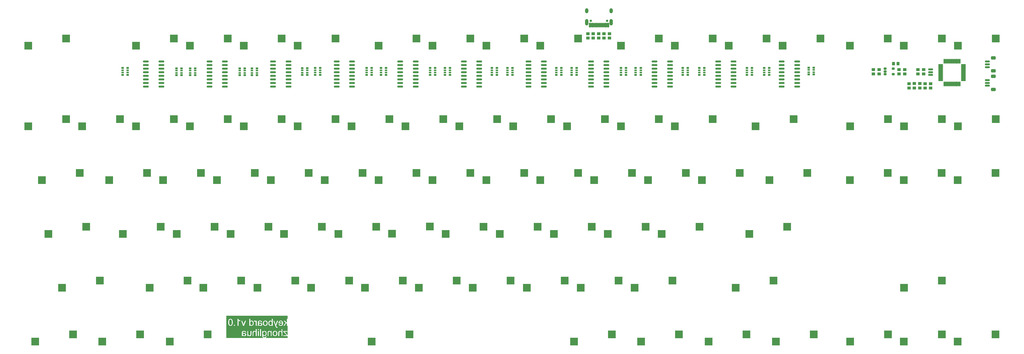
<source format=gbs>
G04*
G04 #@! TF.GenerationSoftware,Altium Limited,Altium Designer,20.0.1 (14)*
G04*
G04 Layer_Color=16711935*
%FSLAX24Y24*%
%MOIN*%
G70*
G01*
G75*
%ADD13R,0.0446X0.0466*%
%ADD14C,0.0336*%
%ADD15O,0.0474X0.0710*%
%ADD16O,0.0474X0.0907*%
%ADD35R,0.1084X0.1084*%
%ADD36R,0.0466X0.0446*%
%ADD37R,0.0355X0.0296*%
%ADD38R,0.0355X0.0237*%
%ADD39O,0.0178X0.0690*%
%ADD40O,0.0690X0.0178*%
G04:AMPARAMS|DCode=41|XSize=23.7mil|YSize=67.1mil|CornerRadius=7.9mil|HoleSize=0mil|Usage=FLASHONLY|Rotation=90.000|XOffset=0mil|YOffset=0mil|HoleType=Round|Shape=RoundedRectangle|*
%AMROUNDEDRECTD41*
21,1,0.0237,0.0512,0,0,90.0*
21,1,0.0079,0.0671,0,0,90.0*
1,1,0.0159,0.0256,0.0039*
1,1,0.0159,0.0256,-0.0039*
1,1,0.0159,-0.0256,-0.0039*
1,1,0.0159,-0.0256,0.0039*
%
%ADD41ROUNDEDRECTD41*%
G04:AMPARAMS|DCode=42|XSize=47.4mil|YSize=67.1mil|CornerRadius=13.8mil|HoleSize=0mil|Usage=FLASHONLY|Rotation=90.000|XOffset=0mil|YOffset=0mil|HoleType=Round|Shape=RoundedRectangle|*
%AMROUNDEDRECTD42*
21,1,0.0474,0.0394,0,0,90.0*
21,1,0.0197,0.0671,0,0,90.0*
1,1,0.0277,0.0197,0.0098*
1,1,0.0277,0.0197,-0.0098*
1,1,0.0277,-0.0197,-0.0098*
1,1,0.0277,-0.0197,0.0098*
%
%ADD42ROUNDEDRECTD42*%
G04:AMPARAMS|DCode=43|XSize=31.6mil|YSize=43mil|CornerRadius=9.9mil|HoleSize=0mil|Usage=FLASHONLY|Rotation=270.000|XOffset=0mil|YOffset=0mil|HoleType=Round|Shape=RoundedRectangle|*
%AMROUNDEDRECTD43*
21,1,0.0316,0.0232,0,0,270.0*
21,1,0.0118,0.0430,0,0,270.0*
1,1,0.0198,-0.0116,-0.0059*
1,1,0.0198,-0.0116,0.0059*
1,1,0.0198,0.0116,0.0059*
1,1,0.0198,0.0116,-0.0059*
%
%ADD43ROUNDEDRECTD43*%
%ADD44O,0.0816X0.0277*%
G04:AMPARAMS|DCode=45|XSize=67.1mil|YSize=19.8mil|CornerRadius=7mil|HoleSize=0mil|Usage=FLASHONLY|Rotation=270.000|XOffset=0mil|YOffset=0mil|HoleType=Round|Shape=RoundedRectangle|*
%AMROUNDEDRECTD45*
21,1,0.0671,0.0059,0,0,270.0*
21,1,0.0531,0.0198,0,0,270.0*
1,1,0.0139,-0.0030,-0.0266*
1,1,0.0139,-0.0030,0.0266*
1,1,0.0139,0.0030,0.0266*
1,1,0.0139,0.0030,-0.0266*
%
%ADD45ROUNDEDRECTD45*%
G04:AMPARAMS|DCode=46|XSize=29.7mil|YSize=65.1mil|CornerRadius=9.4mil|HoleSize=0mil|Usage=FLASHONLY|Rotation=270.000|XOffset=0mil|YOffset=0mil|HoleType=Round|Shape=RoundedRectangle|*
%AMROUNDEDRECTD46*
21,1,0.0297,0.0463,0,0,270.0*
21,1,0.0108,0.0651,0,0,270.0*
1,1,0.0188,-0.0231,-0.0054*
1,1,0.0188,-0.0231,0.0054*
1,1,0.0188,0.0231,0.0054*
1,1,0.0188,0.0231,-0.0054*
%
%ADD46ROUNDEDRECTD46*%
G04:AMPARAMS|DCode=47|XSize=29.7mil|YSize=65.1mil|CornerRadius=9.4mil|HoleSize=0mil|Usage=FLASHONLY|Rotation=270.000|XOffset=0mil|YOffset=0mil|HoleType=Round|Shape=RoundedRectangle|*
%AMROUNDEDRECTD47*
21,1,0.0297,0.0463,0,0,270.0*
21,1,0.0108,0.0651,0,0,270.0*
1,1,0.0188,-0.0231,-0.0054*
1,1,0.0188,-0.0231,0.0054*
1,1,0.0188,0.0231,0.0054*
1,1,0.0188,0.0231,-0.0054*
%
%ADD47ROUNDEDRECTD47*%
G36*
X37501Y3785D02*
X36150D01*
Y4762D01*
Y3785D01*
X37500D01*
Y2632D01*
Y2727D01*
X37058Y3236D01*
X37066D01*
X37071Y3235D01*
X37085D01*
X37094Y3234D01*
X37103D01*
X37124Y3233D01*
X37146D01*
X37169Y3232D01*
X37474D01*
Y3328D01*
X36906D01*
Y3249D01*
X37282Y2808D01*
X37355Y2727D01*
X37351D01*
X37347Y2728D01*
X37341D01*
X37334Y2729D01*
X37326D01*
X37317Y2730D01*
X37306Y2731D01*
X37284Y2732D01*
X37259Y2733D01*
X37232Y2734D01*
X36885D01*
Y2632D01*
X37500D01*
Y2350D01*
X34575D01*
Y2350D01*
X34288D01*
X34297Y2351D01*
X34308Y2352D01*
X34320Y2353D01*
X34333Y2354D01*
X34349Y2357D01*
X34364Y2360D01*
X34381Y2363D01*
X34397Y2369D01*
X34414Y2374D01*
X34431Y2380D01*
X34448Y2387D01*
X34463Y2396D01*
X34478Y2406D01*
X34479Y2407D01*
X34481Y2409D01*
X34485Y2412D01*
X34490Y2417D01*
X34496Y2422D01*
X34502Y2430D01*
X34509Y2438D01*
X34516Y2448D01*
X34523Y2460D01*
X34530Y2472D01*
X34536Y2486D01*
X34541Y2501D01*
X34546Y2518D01*
X34549Y2536D01*
X34552Y2554D01*
Y2575D01*
X34437Y2558D01*
Y2557D01*
Y2555D01*
X34436Y2552D01*
X34435Y2549D01*
X34432Y2540D01*
X34429Y2528D01*
X34423Y2516D01*
X34417Y2503D01*
X34408Y2491D01*
X34397Y2480D01*
X34396D01*
X34395Y2478D01*
X34392Y2478D01*
X34389Y2475D01*
X34384Y2472D01*
X34379Y2470D01*
X34373Y2467D01*
X34366Y2464D01*
X34357Y2461D01*
X34348Y2458D01*
X34327Y2453D01*
X34303Y2449D01*
X34276Y2447D01*
X34268D01*
X34263Y2448D01*
X34256D01*
X34249Y2449D01*
X34230Y2452D01*
X34210Y2455D01*
X34189Y2462D01*
X34168Y2470D01*
X34151Y2480D01*
X34150D01*
X34149Y2482D01*
X34143Y2486D01*
X34135Y2494D01*
X34126Y2504D01*
X34116Y2517D01*
X34106Y2533D01*
X34097Y2552D01*
X34090Y2572D01*
Y2573D01*
Y2574D01*
X34089Y2577D01*
X34088Y2579D01*
Y2584D01*
X34087Y2589D01*
X34086Y2596D01*
X34085Y2604D01*
X34085Y2614D01*
X34084Y2625D01*
Y2637D01*
X34083Y2651D01*
X34082Y2667D01*
Y2684D01*
Y2702D01*
Y2723D01*
X34083Y2722D01*
X34085Y2719D01*
X34090Y2715D01*
X34095Y2709D01*
X34103Y2701D01*
X34112Y2694D01*
X34123Y2686D01*
X34134Y2677D01*
X34148Y2669D01*
X34162Y2660D01*
X34178Y2653D01*
X34195Y2646D01*
X34213Y2640D01*
X34233Y2635D01*
X34252Y2633D01*
X34274Y2632D01*
X34280D01*
X34287Y2633D01*
X34298Y2634D01*
X34309Y2635D01*
X34324Y2637D01*
X34339Y2641D01*
X34356Y2644D01*
X34373Y2650D01*
X34391Y2657D01*
X34410Y2665D01*
X34428Y2676D01*
X34447Y2687D01*
X34465Y2701D01*
X34481Y2717D01*
X34497Y2734D01*
X34498Y2735D01*
X34500Y2739D01*
X34504Y2745D01*
X34509Y2753D01*
X34514Y2763D01*
X34522Y2775D01*
X34529Y2789D01*
X34536Y2804D01*
X34543Y2822D01*
X34550Y2841D01*
X34557Y2861D01*
X34563Y2883D01*
X34568Y2907D01*
X34572Y2931D01*
X34574Y2957D01*
X34575Y2983D01*
Y2993D01*
X34574Y3000D01*
Y3009D01*
X34573Y3019D01*
X34572Y3031D01*
X34571Y3043D01*
X34569Y3057D01*
X34566Y3072D01*
X34560Y3102D01*
X34551Y3134D01*
X34539Y3166D01*
X34539Y3167D01*
X34538Y3170D01*
X34536Y3174D01*
X34532Y3180D01*
X34529Y3188D01*
X34524Y3196D01*
X34519Y3205D01*
X34513Y3214D01*
X34498Y3235D01*
X34480Y3257D01*
X34459Y3278D01*
X34448Y3287D01*
X34435Y3296D01*
X34434Y3297D01*
X34432Y3298D01*
X34428Y3301D01*
X34423Y3304D01*
X34416Y3307D01*
X34408Y3311D01*
X34399Y3315D01*
X34389Y3320D01*
X34378Y3324D01*
X34366Y3329D01*
X34352Y3332D01*
X34338Y3336D01*
X34308Y3341D01*
X34291Y3342D01*
X34274Y3343D01*
X34268D01*
X34262Y3342D01*
X34253Y3341D01*
X34242Y3340D01*
X34231Y3337D01*
X34217Y3335D01*
X34202Y3330D01*
X34186Y3325D01*
X34170Y3319D01*
X34153Y3311D01*
X34136Y3301D01*
X34119Y3289D01*
X34102Y3276D01*
X34086Y3261D01*
X34071Y3243D01*
Y3328D01*
X33962D01*
Y3343D01*
Y2711D01*
X33963Y2701D01*
Y2687D01*
X33964Y2672D01*
X33965Y2655D01*
X33967Y2637D01*
X33970Y2600D01*
X33977Y2561D01*
X33980Y2544D01*
X33985Y2527D01*
X33989Y2511D01*
X33995Y2497D01*
Y2496D01*
X33997Y2494D01*
X33999Y2491D01*
X34002Y2486D01*
X34005Y2480D01*
X34010Y2474D01*
X34021Y2459D01*
X34035Y2441D01*
X34053Y2423D01*
X34064Y2414D01*
X34076Y2406D01*
X34087Y2398D01*
X34101Y2390D01*
X34101D01*
X34104Y2388D01*
X34108Y2387D01*
X34113Y2384D01*
X34120Y2381D01*
X34128Y2378D01*
X34138Y2374D01*
X34150Y2371D01*
X34161Y2366D01*
X34175Y2362D01*
X34189Y2359D01*
X34205Y2356D01*
X34221Y2354D01*
X34239Y2352D01*
X34257Y2351D01*
X34276Y2350D01*
X33962D01*
Y2350D01*
X28950D01*
Y3785D01*
X35514D01*
D01*
X28951D01*
Y5450D01*
X37501D01*
Y3785D01*
D02*
G37*
G36*
X34278Y3245D02*
X34284Y3244D01*
X34292Y3242D01*
X34301Y3240D01*
X34311Y3238D01*
X34321Y3234D01*
X34332Y3230D01*
X34343Y3225D01*
X34354Y3219D01*
X34366Y3211D01*
X34377Y3203D01*
X34388Y3193D01*
X34399Y3181D01*
X34399Y3180D01*
X34401Y3179D01*
X34404Y3174D01*
X34407Y3170D01*
X34411Y3163D01*
X34416Y3155D01*
X34421Y3145D01*
X34426Y3133D01*
X34432Y3121D01*
X34436Y3106D01*
X34441Y3091D01*
X34445Y3074D01*
X34448Y3056D01*
X34451Y3036D01*
X34453Y3015D01*
X34454Y2991D01*
Y2990D01*
Y2985D01*
Y2978D01*
X34453Y2969D01*
X34452Y2957D01*
X34451Y2945D01*
X34449Y2931D01*
X34447Y2916D01*
X34440Y2883D01*
X34436Y2866D01*
X34431Y2850D01*
X34424Y2833D01*
X34417Y2818D01*
X34409Y2804D01*
X34399Y2792D01*
X34399Y2791D01*
X34397Y2789D01*
X34394Y2786D01*
X34390Y2782D01*
X34384Y2777D01*
X34378Y2772D01*
X34370Y2767D01*
X34362Y2760D01*
X34352Y2755D01*
X34342Y2749D01*
X34319Y2739D01*
X34306Y2734D01*
X34292Y2732D01*
X34278Y2730D01*
X34263Y2729D01*
X34255D01*
X34250Y2730D01*
X34242Y2731D01*
X34234Y2733D01*
X34225Y2734D01*
X34216Y2737D01*
X34205Y2740D01*
X34194Y2744D01*
X34183Y2750D01*
X34171Y2756D01*
X34160Y2763D01*
X34149Y2771D01*
X34138Y2781D01*
X34127Y2792D01*
X34126Y2792D01*
X34125Y2794D01*
X34122Y2798D01*
X34118Y2803D01*
X34115Y2810D01*
X34110Y2818D01*
X34105Y2828D01*
X34100Y2840D01*
X34094Y2852D01*
X34090Y2867D01*
X34085Y2883D01*
X34081Y2900D01*
X34077Y2920D01*
X34075Y2941D01*
X34073Y2964D01*
X34072Y2988D01*
Y2990D01*
Y2993D01*
Y3000D01*
X34073Y3009D01*
X34074Y3019D01*
X34075Y3031D01*
X34076Y3045D01*
X34079Y3060D01*
X34086Y3091D01*
X34091Y3107D01*
X34096Y3122D01*
X34102Y3139D01*
X34110Y3154D01*
X34119Y3168D01*
X34129Y3180D01*
X34130Y3181D01*
X34132Y3183D01*
X34134Y3187D01*
X34139Y3190D01*
X34144Y3196D01*
X34151Y3201D01*
X34159Y3207D01*
X34167Y3213D01*
X34176Y3219D01*
X34187Y3225D01*
X34210Y3236D01*
X34223Y3239D01*
X34236Y3243D01*
X34250Y3245D01*
X34265Y3246D01*
X34272D01*
X34278Y3245D01*
D02*
G37*
%LPC*%
G36*
X30882Y5031D02*
Y4789D01*
X30881Y4790D01*
X30878Y4791D01*
X30872Y4794D01*
X30865Y4797D01*
X30857Y4802D01*
X30847Y4807D01*
X30836Y4813D01*
X30824Y4820D01*
X30798Y4837D01*
X30768Y4856D01*
X30739Y4877D01*
X30710Y4901D01*
X30709Y4902D01*
X30707Y4904D01*
X30703Y4908D01*
X30698Y4913D01*
X30692Y4919D01*
X30685Y4926D01*
X30677Y4934D01*
X30669Y4943D01*
X30652Y4962D01*
X30635Y4984D01*
X30619Y5008D01*
X30612Y5019D01*
X30606Y5031D01*
X30529D01*
Y4067D01*
X30882D01*
Y5031D01*
D02*
G37*
G36*
X35415Y5027D02*
X34812D01*
X35297D01*
Y4683D01*
X35296Y4684D01*
X35293Y4687D01*
X35289Y4692D01*
X35283Y4698D01*
X35276Y4705D01*
X35267Y4713D01*
X35257Y4721D01*
X35245Y4730D01*
X35233Y4739D01*
X35217Y4747D01*
X35202Y4755D01*
X35185Y4762D01*
X35167Y4769D01*
X35148Y4773D01*
X35128Y4777D01*
X35107Y4777D01*
X35096D01*
X35090Y4777D01*
X35084D01*
X35068Y4774D01*
X35049Y4771D01*
X35028Y4767D01*
X35007Y4761D01*
X34985Y4752D01*
X34985D01*
X34983Y4751D01*
X34980Y4749D01*
X34976Y4747D01*
X34971Y4744D01*
X34965Y4741D01*
X34952Y4733D01*
X34937Y4722D01*
X34921Y4710D01*
X34905Y4695D01*
X34891Y4678D01*
X34890Y4678D01*
X34889Y4677D01*
X34887Y4674D01*
X34885Y4670D01*
X34882Y4666D01*
X34878Y4661D01*
X34869Y4647D01*
X34861Y4630D01*
X34851Y4612D01*
X34841Y4590D01*
X34833Y4566D01*
Y4565D01*
X34832Y4563D01*
X34831Y4560D01*
X34829Y4554D01*
X34828Y4548D01*
X34826Y4541D01*
X34824Y4533D01*
X34822Y4523D01*
X34819Y4503D01*
X34815Y4479D01*
X34812Y4452D01*
X34812Y4424D01*
Y4431D01*
Y4051D01*
X35415D01*
D01*
X35118D01*
X35125Y4052D01*
X35134Y4053D01*
X35143Y4055D01*
X35156Y4057D01*
X35169Y4060D01*
X35183Y4064D01*
X35199Y4069D01*
X35214Y4076D01*
X35230Y4084D01*
X35246Y4095D01*
X35262Y4107D01*
X35277Y4120D01*
X35292Y4136D01*
X35306Y4154D01*
Y4067D01*
X35415D01*
Y5027D01*
D02*
G37*
G36*
X33177Y4777D02*
Y4762D01*
X33071D01*
Y4655D01*
X33070Y4656D01*
X33069Y4659D01*
X33068Y4662D01*
X33064Y4667D01*
X33061Y4673D01*
X33057Y4680D01*
X33047Y4695D01*
X33036Y4711D01*
X33023Y4728D01*
X33010Y4743D01*
X33003Y4748D01*
X32997Y4753D01*
X32995Y4754D01*
X32991Y4757D01*
X32984Y4761D01*
X32975Y4766D01*
X32963Y4769D01*
X32950Y4774D01*
X32936Y4777D01*
X32920Y4777D01*
X32914D01*
X32911Y4777D01*
X32905D01*
X32898Y4776D01*
X32891Y4774D01*
X32883Y4773D01*
X32865Y4769D01*
X32845Y4761D01*
X32822Y4752D01*
X32811Y4746D01*
X32799Y4739D01*
X32841Y4630D01*
X32842D01*
X32843Y4631D01*
X32848Y4634D01*
X32857Y4638D01*
X32868Y4643D01*
X32881Y4647D01*
X32896Y4652D01*
X32912Y4654D01*
X32928Y4655D01*
X32934D01*
X32941Y4654D01*
X32951Y4653D01*
X32961Y4649D01*
X32973Y4645D01*
X32986Y4639D01*
X32997Y4631D01*
X32998Y4630D01*
X33002Y4627D01*
X33007Y4621D01*
X33014Y4614D01*
X33021Y4605D01*
X33028Y4595D01*
X33035Y4581D01*
X33040Y4567D01*
Y4566D01*
X33041Y4564D01*
X33042Y4561D01*
X33043Y4556D01*
X33044Y4550D01*
X33046Y4543D01*
X33048Y4536D01*
X33050Y4527D01*
X33053Y4506D01*
X33057Y4483D01*
X33059Y4457D01*
X33060Y4430D01*
Y4067D01*
X33177D01*
Y4777D01*
D02*
G37*
G36*
X33629D02*
X33614D01*
X33606Y4777D01*
X33598D01*
X33588Y4776D01*
X33577Y4775D01*
X33554Y4772D01*
X33530Y4769D01*
X33507Y4763D01*
X33484Y4756D01*
X33483D01*
X33482Y4755D01*
X33479Y4754D01*
X33475Y4753D01*
X33465Y4748D01*
X33453Y4742D01*
X33441Y4735D01*
X33426Y4725D01*
X33414Y4715D01*
X33403Y4703D01*
X33402Y4702D01*
X33399Y4698D01*
X33394Y4691D01*
X33388Y4681D01*
X33383Y4670D01*
X33376Y4656D01*
X33370Y4640D01*
X33366Y4623D01*
Y4621D01*
X33365Y4617D01*
X33364Y4610D01*
X33363Y4604D01*
X33362Y4598D01*
Y4591D01*
X33361Y4583D01*
Y4574D01*
X33360Y4564D01*
Y4554D01*
X33359Y4542D01*
Y4529D01*
Y4514D01*
Y4358D01*
Y4356D01*
Y4351D01*
Y4343D01*
Y4332D01*
Y4319D01*
Y4304D01*
X33358Y4288D01*
Y4271D01*
X33358Y4235D01*
X33357Y4218D01*
Y4201D01*
X33356Y4186D01*
X33355Y4172D01*
X33353Y4160D01*
X33352Y4150D01*
Y4150D01*
Y4149D01*
X33350Y4143D01*
X33349Y4134D01*
X33346Y4124D01*
X33342Y4111D01*
X33336Y4097D01*
X33330Y4082D01*
X33322Y4067D01*
X33445D01*
X33446Y4068D01*
X33448Y4073D01*
X33451Y4081D01*
X33455Y4091D01*
X33459Y4103D01*
X33463Y4118D01*
X33466Y4134D01*
X33469Y4152D01*
X33470Y4151D01*
X33472Y4150D01*
X33475Y4147D01*
X33481Y4143D01*
X33486Y4139D01*
X33493Y4133D01*
X33501Y4128D01*
X33509Y4122D01*
X33529Y4108D01*
X33550Y4096D01*
X33573Y4084D01*
X33596Y4074D01*
X33597D01*
X33598Y4073D01*
X33602Y4072D01*
X33606Y4070D01*
X33612Y4068D01*
X33618Y4067D01*
X33626Y4065D01*
X33634Y4063D01*
X33654Y4059D01*
X33675Y4055D01*
X33699Y4052D01*
X33725Y4051D01*
X33736D01*
X33744Y4052D01*
X33754Y4053D01*
X33764Y4054D01*
X33777Y4056D01*
X33790Y4059D01*
X33819Y4065D01*
X33833Y4069D01*
X33848Y4075D01*
X33862Y4081D01*
X33877Y4089D01*
X33889Y4097D01*
X33902Y4107D01*
X33903Y4108D01*
X33904Y4109D01*
X33907Y4112D01*
X33911Y4117D01*
X33916Y4123D01*
X33920Y4129D01*
X33927Y4137D01*
X33932Y4146D01*
X33937Y4156D01*
X33943Y4166D01*
X33948Y4178D01*
X33953Y4191D01*
X33957Y4204D01*
X33960Y4218D01*
X33961Y4233D01*
X33962Y4249D01*
Y4272D01*
Y4258D01*
X33961Y4268D01*
X33960Y4281D01*
X33957Y4295D01*
X33953Y4311D01*
X33947Y4327D01*
X33939Y4343D01*
Y4344D01*
X33938Y4345D01*
X33935Y4350D01*
X33930Y4357D01*
X33923Y4367D01*
X33914Y4378D01*
X33903Y4389D01*
X33892Y4400D01*
X33878Y4411D01*
X33877Y4412D01*
X33872Y4415D01*
X33864Y4420D01*
X33853Y4425D01*
X33841Y4431D01*
X33827Y4438D01*
X33811Y4444D01*
X33794Y4449D01*
X33792D01*
X33788Y4451D01*
X33779Y4453D01*
X33768Y4455D01*
X33753Y4457D01*
X33735Y4461D01*
X33713Y4464D01*
X33689Y4467D01*
X33688D01*
X33683Y4468D01*
X33676Y4469D01*
X33666Y4470D01*
X33655Y4472D01*
X33640Y4473D01*
X33626Y4476D01*
X33609Y4479D01*
X33575Y4485D01*
X33540Y4491D01*
X33523Y4496D01*
X33507Y4499D01*
X33492Y4504D01*
X33479Y4508D01*
Y4509D01*
Y4512D01*
Y4516D01*
X33478Y4521D01*
Y4531D01*
Y4536D01*
Y4538D01*
Y4539D01*
Y4542D01*
Y4546D01*
X33479Y4550D01*
Y4556D01*
X33480Y4563D01*
X33482Y4579D01*
X33486Y4595D01*
X33492Y4612D01*
X33500Y4628D01*
X33506Y4634D01*
X33512Y4640D01*
X33513Y4641D01*
X33514Y4642D01*
X33516Y4644D01*
X33520Y4646D01*
X33525Y4649D01*
X33531Y4653D01*
X33538Y4656D01*
X33546Y4661D01*
X33555Y4664D01*
X33565Y4668D01*
X33575Y4671D01*
X33588Y4674D01*
X33600Y4677D01*
X33614Y4678D01*
X33630Y4680D01*
X33659D01*
X33666Y4679D01*
X33674Y4678D01*
X33692Y4677D01*
X33713Y4673D01*
X33732Y4668D01*
X33752Y4661D01*
X33761Y4656D01*
X33769Y4651D01*
X33771Y4649D01*
X33775Y4645D01*
X33782Y4637D01*
X33791Y4627D01*
X33796Y4620D01*
X33800Y4612D01*
X33805Y4604D01*
X33810Y4595D01*
X33814Y4585D01*
X33819Y4573D01*
X33823Y4561D01*
X33827Y4547D01*
X33942Y4563D01*
Y4564D01*
X33941Y4567D01*
X33940Y4571D01*
X33939Y4576D01*
X33937Y4582D01*
X33935Y4589D01*
X33929Y4605D01*
X33923Y4625D01*
X33914Y4645D01*
X33903Y4664D01*
X33891Y4682D01*
X33890Y4683D01*
X33889Y4684D01*
X33884Y4689D01*
X33876Y4698D01*
X33864Y4708D01*
X33849Y4720D01*
X33831Y4731D01*
X33811Y4743D01*
X33787Y4753D01*
X33786D01*
X33784Y4753D01*
X33779Y4755D01*
X33775Y4756D01*
X33768Y4759D01*
X33761Y4761D01*
X33752Y4762D01*
X33741Y4765D01*
X33730Y4768D01*
X33718Y4769D01*
X33705Y4772D01*
X33691Y4774D01*
X33662Y4777D01*
X33629Y4777D01*
D02*
G37*
G36*
X37501Y5027D02*
X36924D01*
X37383D01*
Y4479D01*
X37104Y4762D01*
X36951D01*
X37216Y4504D01*
X36924Y4067D01*
X37501D01*
Y5027D01*
D02*
G37*
G36*
X34386Y4777D02*
X34380D01*
X34372Y4777D01*
X34362Y4776D01*
X34350Y4775D01*
X34336Y4772D01*
X34320Y4769D01*
X34303Y4766D01*
X34284Y4761D01*
X34266Y4754D01*
X34246Y4747D01*
X34226Y4737D01*
X34207Y4727D01*
X34188Y4714D01*
X34169Y4700D01*
X34151Y4683D01*
X34151Y4682D01*
X34148Y4678D01*
X34143Y4673D01*
X34137Y4666D01*
X34130Y4656D01*
X34123Y4645D01*
X34114Y4631D01*
X34106Y4615D01*
X34097Y4598D01*
X34089Y4579D01*
X34082Y4557D01*
X34075Y4534D01*
X34068Y4509D01*
X34064Y4483D01*
X34061Y4455D01*
X34060Y4424D01*
Y4439D01*
Y4051D01*
Y4412D01*
X34061Y4402D01*
Y4390D01*
X34062Y4378D01*
X34064Y4363D01*
X34066Y4348D01*
X34068Y4331D01*
X34070Y4314D01*
X34077Y4278D01*
X34088Y4244D01*
X34094Y4228D01*
X34101Y4213D01*
Y4212D01*
X34103Y4209D01*
X34106Y4206D01*
X34109Y4200D01*
X34113Y4194D01*
X34118Y4186D01*
X34124Y4178D01*
X34131Y4169D01*
X34139Y4159D01*
X34148Y4150D01*
X34167Y4130D01*
X34192Y4111D01*
X34218Y4093D01*
X34219D01*
X34222Y4092D01*
X34226Y4090D01*
X34232Y4087D01*
X34239Y4084D01*
X34248Y4080D01*
X34257Y4076D01*
X34268Y4073D01*
X34280Y4068D01*
X34293Y4065D01*
X34322Y4058D01*
X34353Y4053D01*
X34369Y4052D01*
X34386Y4051D01*
X34712Y4051D01*
X34392Y4051D01*
X34400Y4052D01*
X34410Y4053D01*
X34423Y4054D01*
X34437Y4057D01*
X34453Y4059D01*
X34471Y4063D01*
X34489Y4068D01*
X34508Y4074D01*
X34528Y4082D01*
X34547Y4091D01*
X34567Y4101D01*
X34587Y4114D01*
X34605Y4128D01*
X34622Y4144D01*
X34623Y4145D01*
X34626Y4149D01*
X34630Y4154D01*
X34637Y4162D01*
X34643Y4171D01*
X34651Y4183D01*
X34659Y4197D01*
X34667Y4213D01*
X34675Y4232D01*
X34683Y4251D01*
X34691Y4274D01*
X34697Y4298D01*
X34704Y4324D01*
X34708Y4352D01*
X34711Y4382D01*
X34712Y4414D01*
Y4431D01*
Y4428D01*
X34711Y4433D01*
X34710Y4446D01*
X34708Y4462D01*
X34706Y4480D01*
X34703Y4501D01*
X34698Y4522D01*
X34693Y4546D01*
X34686Y4569D01*
X34677Y4593D01*
X34666Y4616D01*
X34655Y4639D01*
X34640Y4661D01*
X34623Y4681D01*
X34605Y4700D01*
X34604Y4701D01*
X34600Y4703D01*
X34596Y4707D01*
X34589Y4712D01*
X34580Y4718D01*
X34570Y4725D01*
X34557Y4731D01*
X34544Y4739D01*
X34529Y4746D01*
X34512Y4753D01*
X34494Y4760D01*
X34474Y4765D01*
X34454Y4770D01*
X34432Y4774D01*
X34410Y4777D01*
X34386Y4777D01*
D02*
G37*
G36*
X36545Y4777D02*
X36538D01*
X36531Y4777D01*
X36521Y4776D01*
X36510Y4775D01*
X36496Y4772D01*
X36480Y4769D01*
X36464Y4766D01*
X36447Y4761D01*
X36428Y4754D01*
X36409Y4746D01*
X36390Y4737D01*
X36371Y4727D01*
X36352Y4713D01*
X36334Y4699D01*
X36317Y4682D01*
X36316Y4681D01*
X36314Y4678D01*
X36309Y4672D01*
X36303Y4664D01*
X36297Y4655D01*
X36289Y4643D01*
X36281Y4629D01*
X36273Y4613D01*
X36265Y4596D01*
X36257Y4575D01*
X36249Y4554D01*
X36242Y4530D01*
X36236Y4504D01*
X36232Y4476D01*
X36229Y4447D01*
X36228Y4415D01*
Y4416D01*
Y4397D01*
X36229Y4391D01*
Y4384D01*
X36748D01*
Y4383D01*
Y4379D01*
X36747Y4373D01*
X36746Y4365D01*
X36744Y4356D01*
X36743Y4345D01*
X36741Y4332D01*
X36737Y4320D01*
X36729Y4291D01*
X36724Y4277D01*
X36719Y4262D01*
X36711Y4248D01*
X36703Y4234D01*
X36694Y4221D01*
X36684Y4209D01*
X36683Y4208D01*
X36681Y4207D01*
X36678Y4204D01*
X36673Y4199D01*
X36668Y4195D01*
X36661Y4191D01*
X36653Y4184D01*
X36644Y4179D01*
X36634Y4174D01*
X36622Y4168D01*
X36611Y4163D01*
X36597Y4158D01*
X36584Y4154D01*
X36570Y4151D01*
X36554Y4150D01*
X36538Y4149D01*
X36532D01*
X36528Y4150D01*
X36521D01*
X36515Y4150D01*
X36500Y4153D01*
X36483Y4157D01*
X36464Y4163D01*
X36446Y4171D01*
X36428Y4183D01*
X36427D01*
X36426Y4184D01*
X36423Y4186D01*
X36420Y4189D01*
X36412Y4198D01*
X36401Y4209D01*
X36396Y4216D01*
X36389Y4224D01*
X36383Y4233D01*
X36377Y4243D01*
X36372Y4254D01*
X36365Y4265D01*
X36360Y4279D01*
X36355Y4292D01*
X36232Y4276D01*
Y4275D01*
X36234Y4272D01*
X36236Y4266D01*
X36238Y4258D01*
X36241Y4249D01*
X36246Y4240D01*
X36250Y4228D01*
X36257Y4216D01*
X36264Y4202D01*
X36271Y4189D01*
X36280Y4175D01*
X36290Y4161D01*
X36300Y4148D01*
X36313Y4134D01*
X36325Y4122D01*
X36340Y4110D01*
X36340Y4109D01*
X36343Y4108D01*
X36348Y4105D01*
X36354Y4101D01*
X36361Y4097D01*
X36371Y4092D01*
X36381Y4086D01*
X36393Y4081D01*
X36407Y4075D01*
X36422Y4070D01*
X36439Y4065D01*
X36456Y4060D01*
X36475Y4057D01*
X36495Y4054D01*
X36516Y4052D01*
X36538Y4051D01*
X36228D01*
X36869D01*
D01*
X36546D01*
X36553Y4052D01*
X36563Y4053D01*
X36577Y4054D01*
X36591Y4057D01*
X36608Y4059D01*
X36626Y4063D01*
X36645Y4068D01*
X36664Y4075D01*
X36685Y4082D01*
X36704Y4091D01*
X36725Y4101D01*
X36744Y4114D01*
X36762Y4129D01*
X36780Y4145D01*
X36781Y4146D01*
X36784Y4150D01*
X36788Y4155D01*
X36794Y4162D01*
X36801Y4172D01*
X36809Y4183D01*
X36817Y4198D01*
X36825Y4213D01*
X36833Y4231D01*
X36841Y4250D01*
X36849Y4272D01*
X36855Y4296D01*
X36861Y4321D01*
X36866Y4348D01*
X36868Y4377D01*
X36869Y4408D01*
Y4416D01*
X36868Y4425D01*
X36868Y4437D01*
X36867Y4452D01*
X36865Y4469D01*
X36862Y4488D01*
X36858Y4508D01*
X36853Y4530D01*
X36847Y4552D01*
X36840Y4574D01*
X36831Y4596D01*
X36821Y4619D01*
X36809Y4641D01*
X36795Y4662D01*
X36779Y4680D01*
X36778Y4681D01*
X36775Y4685D01*
X36770Y4689D01*
X36763Y4695D01*
X36754Y4703D01*
X36743Y4711D01*
X36730Y4720D01*
X36716Y4729D01*
X36700Y4738D01*
X36682Y4747D01*
X36663Y4755D01*
X36642Y4762D01*
X36620Y4769D01*
X36596Y4773D01*
X36571Y4777D01*
X36545Y4777D01*
D02*
G37*
G36*
X31682Y4762D02*
X31558D01*
X31409Y4345D01*
Y4344D01*
X31409Y4342D01*
X31407Y4339D01*
X31405Y4333D01*
X31403Y4327D01*
X31400Y4320D01*
X31398Y4312D01*
X31395Y4302D01*
X31388Y4282D01*
X31380Y4257D01*
X31373Y4232D01*
X31365Y4205D01*
Y4206D01*
X31364Y4207D01*
X31363Y4210D01*
X31362Y4215D01*
X31360Y4220D01*
X31359Y4226D01*
X31356Y4234D01*
X31353Y4242D01*
X31351Y4251D01*
X31347Y4262D01*
X31340Y4284D01*
X31331Y4310D01*
X31321Y4338D01*
X31166Y4762D01*
X31045D01*
X31309Y4067D01*
X31045D01*
D01*
X31682D01*
X31418D01*
X31682Y4762D01*
D02*
G37*
G36*
X36150Y4762D02*
X36025D01*
X35881Y4359D01*
Y4358D01*
X35880Y4356D01*
X35878Y4351D01*
X35877Y4346D01*
X35874Y4339D01*
X35871Y4331D01*
X35868Y4321D01*
X35864Y4310D01*
X35861Y4298D01*
X35856Y4286D01*
X35847Y4258D01*
X35839Y4229D01*
X35830Y4198D01*
Y4199D01*
X35829Y4201D01*
X35828Y4206D01*
X35827Y4212D01*
X35824Y4219D01*
X35822Y4227D01*
X35819Y4237D01*
X35816Y4248D01*
X35812Y4260D01*
X35809Y4272D01*
X35800Y4299D01*
X35791Y4327D01*
X35780Y4356D01*
X35631Y4762D01*
X35514D01*
X35778Y4055D01*
X35779Y4054D01*
X35780Y4050D01*
X35783Y4044D01*
X35786Y4036D01*
X35789Y4027D01*
X35794Y4017D01*
X35798Y4005D01*
X35803Y3993D01*
X35813Y3967D01*
X35824Y3941D01*
X35829Y3928D01*
X35835Y3917D01*
X35840Y3907D01*
X35844Y3898D01*
Y3897D01*
X35846Y3895D01*
X35848Y3893D01*
X35850Y3888D01*
X35857Y3878D01*
X35866Y3865D01*
X35877Y3852D01*
X35889Y3837D01*
X35902Y3824D01*
X35918Y3812D01*
X35919Y3811D01*
X35925Y3808D01*
X35934Y3803D01*
X35944Y3799D01*
X35959Y3794D01*
X35976Y3789D01*
X35993Y3786D01*
X36014Y3785D01*
X36020D01*
X36026Y3786D01*
X36036Y3786D01*
X36047Y3788D01*
X36060Y3791D01*
X36075Y3794D01*
X36090Y3800D01*
X36103Y3910D01*
X36101D01*
X36097Y3909D01*
X36090Y3907D01*
X36080Y3905D01*
X36070Y3903D01*
X36059Y3902D01*
X36047Y3901D01*
X36036Y3900D01*
X36030D01*
X36023Y3901D01*
X36014Y3902D01*
X36004Y3903D01*
X35993Y3905D01*
X35983Y3909D01*
X35974Y3913D01*
X35973Y3914D01*
X35969Y3916D01*
X35966Y3918D01*
X35960Y3923D01*
X35953Y3928D01*
X35947Y3935D01*
X35941Y3942D01*
X35935Y3950D01*
X35934Y3951D01*
X35932Y3953D01*
X35929Y3960D01*
X35926Y3968D01*
X35923Y3973D01*
X35920Y3979D01*
X35918Y3986D01*
X35914Y3994D01*
X35910Y4004D01*
X35907Y4014D01*
X35902Y4026D01*
X35898Y4038D01*
Y4039D01*
X35897Y4040D01*
Y4042D01*
X35895Y4045D01*
X35893Y4054D01*
X35887Y4067D01*
X36150Y4762D01*
D02*
G37*
G36*
X30161Y4201D02*
X30026D01*
Y4067D01*
X30161D01*
Y4201D01*
D02*
G37*
G36*
X32287Y5027D02*
X32169D01*
Y4051D01*
Y4067D01*
X32279D01*
Y4155D01*
X32280Y4154D01*
X32282Y4150D01*
X32286Y4145D01*
X32292Y4139D01*
X32299Y4131D01*
X32307Y4122D01*
X32317Y4113D01*
X32328Y4103D01*
X32342Y4093D01*
X32356Y4084D01*
X32372Y4075D01*
X32390Y4067D01*
X32408Y4061D01*
X32429Y4056D01*
X32450Y4052D01*
X32474Y4051D01*
X32169D01*
X32772D01*
Y4423D01*
X32772Y4431D01*
Y4440D01*
X32771Y4451D01*
X32770Y4463D01*
X32768Y4476D01*
X32766Y4490D01*
X32764Y4505D01*
X32758Y4537D01*
X32750Y4570D01*
X32738Y4602D01*
Y4603D01*
X32737Y4605D01*
X32735Y4610D01*
X32732Y4616D01*
X32729Y4623D01*
X32724Y4631D01*
X32719Y4640D01*
X32713Y4650D01*
X32697Y4670D01*
X32680Y4693D01*
X32658Y4713D01*
X32647Y4723D01*
X32634Y4732D01*
X32633Y4733D01*
X32631Y4734D01*
X32627Y4736D01*
X32622Y4739D01*
X32615Y4743D01*
X32607Y4746D01*
X32598Y4751D01*
X32589Y4755D01*
X32578Y4759D01*
X32565Y4763D01*
X32540Y4770D01*
X32510Y4776D01*
X32495Y4777D01*
X32479Y4777D01*
X32468D01*
X32463Y4777D01*
X32457Y4776D01*
X32441Y4774D01*
X32425Y4771D01*
X32406Y4766D01*
X32386Y4760D01*
X32367Y4751D01*
X32367D01*
X32366Y4750D01*
X32363Y4748D01*
X32359Y4746D01*
X32350Y4740D01*
X32339Y4732D01*
X32326Y4722D01*
X32313Y4711D01*
X32300Y4697D01*
X32287Y4682D01*
Y5027D01*
D02*
G37*
G36*
X29542Y5031D02*
X29534D01*
X29529Y5030D01*
X29522D01*
X29514Y5029D01*
X29506Y5028D01*
X29496Y5027D01*
X29475Y5023D01*
X29452Y5017D01*
X29429Y5010D01*
X29407Y5000D01*
X29406D01*
X29404Y4998D01*
X29402Y4996D01*
X29397Y4994D01*
X29392Y4991D01*
X29386Y4986D01*
X29373Y4976D01*
X29358Y4964D01*
X29342Y4949D01*
X29326Y4930D01*
X29311Y4909D01*
X29310Y4909D01*
X29309Y4907D01*
X29307Y4903D01*
X29304Y4899D01*
X29301Y4893D01*
X29297Y4886D01*
X29293Y4878D01*
X29288Y4869D01*
X29284Y4860D01*
X29279Y4849D01*
X29270Y4825D01*
X29260Y4797D01*
X29251Y4767D01*
Y4766D01*
X29250Y4763D01*
X29249Y4758D01*
X29247Y4752D01*
X29245Y4743D01*
X29244Y4733D01*
X29242Y4720D01*
X29239Y4707D01*
X29237Y4692D01*
X29236Y4675D01*
X29234Y4656D01*
X29232Y4636D01*
X29230Y4614D01*
X29229Y4591D01*
X29228Y4566D01*
Y4524D01*
X29229Y4513D01*
Y4497D01*
X29230Y4481D01*
X29231Y4463D01*
X29233Y4442D01*
X29235Y4421D01*
X29237Y4399D01*
X29243Y4353D01*
X29252Y4308D01*
X29257Y4287D01*
X29263Y4266D01*
Y4265D01*
X29265Y4262D01*
X29267Y4257D01*
X29270Y4249D01*
X29273Y4241D01*
X29278Y4231D01*
X29283Y4220D01*
X29289Y4207D01*
X29304Y4182D01*
X29322Y4156D01*
X29344Y4130D01*
X29355Y4117D01*
X29368Y4107D01*
X29369Y4106D01*
X29371Y4104D01*
X29375Y4101D01*
X29380Y4098D01*
X29386Y4093D01*
X29395Y4089D01*
X29404Y4084D01*
X29415Y4079D01*
X29427Y4074D01*
X29440Y4068D01*
X29454Y4064D01*
X29470Y4059D01*
X29486Y4056D01*
X29504Y4053D01*
X29522Y4051D01*
X29542Y4051D01*
X29228D01*
D01*
X29855D01*
D01*
X29548D01*
X29555Y4051D01*
X29565Y4052D01*
X29576Y4053D01*
X29590Y4056D01*
X29605Y4059D01*
X29621Y4063D01*
X29638Y4068D01*
X29656Y4075D01*
X29674Y4083D01*
X29692Y4092D01*
X29710Y4104D01*
X29728Y4117D01*
X29745Y4132D01*
X29760Y4150D01*
X29761Y4151D01*
X29765Y4155D01*
X29769Y4162D01*
X29775Y4173D01*
X29782Y4185D01*
X29790Y4201D01*
X29798Y4221D01*
X29807Y4243D01*
X29816Y4269D01*
X29824Y4298D01*
X29832Y4330D01*
X29839Y4364D01*
X29846Y4404D01*
X29850Y4446D01*
X29854Y4491D01*
X29855Y4540D01*
Y4556D01*
X29854Y4569D01*
Y4583D01*
X29853Y4600D01*
X29852Y4618D01*
X29850Y4638D01*
X29848Y4660D01*
X29846Y4682D01*
X29840Y4728D01*
X29831Y4773D01*
X29826Y4794D01*
X29820Y4814D01*
Y4815D01*
X29818Y4819D01*
X29816Y4824D01*
X29814Y4831D01*
X29810Y4840D01*
X29806Y4850D01*
X29800Y4861D01*
X29794Y4873D01*
X29780Y4899D01*
X29762Y4926D01*
X29740Y4951D01*
X29729Y4964D01*
X29716Y4975D01*
X29716Y4976D01*
X29713Y4977D01*
X29709Y4980D01*
X29704Y4984D01*
X29697Y4988D01*
X29689Y4992D01*
X29679Y4998D01*
X29668Y5003D01*
X29657Y5008D01*
X29643Y5013D01*
X29629Y5017D01*
X29613Y5022D01*
X29597Y5025D01*
X29579Y5028D01*
X29561Y5030D01*
X29542Y5031D01*
D02*
G37*
G36*
X36767Y3593D02*
X36200D01*
X36649D01*
Y3246D01*
X36648Y3247D01*
X36645Y3251D01*
X36641Y3255D01*
X36634Y3262D01*
X36626Y3269D01*
X36616Y3277D01*
X36605Y3286D01*
X36592Y3295D01*
X36578Y3304D01*
X36563Y3312D01*
X36545Y3320D01*
X36527Y3328D01*
X36507Y3334D01*
X36486Y3338D01*
X36464Y3342D01*
X36441Y3343D01*
X36434D01*
X36428Y3342D01*
X36422D01*
X36414Y3341D01*
X36405Y3340D01*
X36396Y3339D01*
X36374Y3335D01*
X36352Y3329D01*
X36330Y3322D01*
X36307Y3312D01*
X36307D01*
X36305Y3310D01*
X36302Y3308D01*
X36298Y3306D01*
X36288Y3299D01*
X36275Y3290D01*
X36262Y3278D01*
X36249Y3263D01*
X36236Y3246D01*
X36225Y3228D01*
Y3227D01*
X36224Y3225D01*
X36223Y3222D01*
X36222Y3218D01*
X36219Y3213D01*
X36217Y3205D01*
X36216Y3197D01*
X36213Y3188D01*
X36210Y3178D01*
X36208Y3166D01*
X36206Y3154D01*
X36204Y3139D01*
X36203Y3124D01*
X36201Y3108D01*
X36200Y3090D01*
Y2632D01*
X36484D01*
X36318D01*
Y3072D01*
Y3073D01*
Y3075D01*
Y3080D01*
X36319Y3086D01*
Y3093D01*
X36320Y3102D01*
X36323Y3121D01*
X36327Y3142D01*
X36334Y3164D01*
X36344Y3183D01*
X36349Y3192D01*
X36356Y3200D01*
Y3201D01*
X36358Y3202D01*
X36364Y3206D01*
X36373Y3213D01*
X36384Y3221D01*
X36400Y3228D01*
X36419Y3235D01*
X36440Y3239D01*
X36453Y3241D01*
X36474D01*
X36484Y3239D01*
X36497Y3238D01*
X36513Y3234D01*
X36530Y3230D01*
X36546Y3222D01*
X36564Y3213D01*
X36565D01*
X36566Y3213D01*
X36571Y3209D01*
X36579Y3203D01*
X36589Y3194D01*
X36600Y3184D01*
X36611Y3171D01*
X36621Y3156D01*
X36629Y3139D01*
Y3139D01*
X36630Y3138D01*
X36631Y3135D01*
X36632Y3131D01*
X36634Y3126D01*
X36636Y3121D01*
X36637Y3114D01*
X36639Y3106D01*
X36641Y3097D01*
X36643Y3088D01*
X36645Y3078D01*
X36646Y3066D01*
X36648Y3040D01*
X36649Y3012D01*
Y2632D01*
X36767D01*
Y3593D01*
D02*
G37*
G36*
X33188Y3593D02*
X32622D01*
X33070D01*
Y3246D01*
X33069Y3247D01*
X33067Y3251D01*
X33062Y3255D01*
X33055Y3262D01*
X33047Y3269D01*
X33037Y3277D01*
X33027Y3286D01*
X33013Y3295D01*
X32999Y3304D01*
X32984Y3312D01*
X32966Y3320D01*
X32948Y3328D01*
X32929Y3334D01*
X32907Y3338D01*
X32886Y3342D01*
X32862Y3343D01*
X32855D01*
X32849Y3342D01*
X32843D01*
X32835Y3341D01*
X32826Y3340D01*
X32817Y3339D01*
X32796Y3335D01*
X32773Y3329D01*
X32751Y3322D01*
X32729Y3312D01*
X32728D01*
X32726Y3310D01*
X32723Y3308D01*
X32720Y3306D01*
X32709Y3299D01*
X32697Y3290D01*
X32683Y3278D01*
X32670Y3263D01*
X32657Y3246D01*
X32647Y3228D01*
Y3227D01*
X32646Y3225D01*
X32644Y3222D01*
X32643Y3218D01*
X32640Y3213D01*
X32639Y3205D01*
X32637Y3197D01*
X32634Y3188D01*
X32631Y3178D01*
X32630Y3166D01*
X32627Y3154D01*
X32625Y3139D01*
X32624Y3124D01*
X32623Y3108D01*
X32622Y3090D01*
D01*
D01*
Y2632D01*
X32905D01*
X32739D01*
Y3072D01*
Y3073D01*
Y3075D01*
Y3080D01*
X32740Y3086D01*
Y3093D01*
X32741Y3102D01*
X32744Y3121D01*
X32748Y3142D01*
X32755Y3164D01*
X32765Y3183D01*
X32771Y3192D01*
X32778Y3200D01*
Y3201D01*
X32780Y3202D01*
X32785Y3206D01*
X32794Y3213D01*
X32805Y3221D01*
X32821Y3228D01*
X32840Y3235D01*
X32862Y3239D01*
X32874Y3241D01*
X32896D01*
X32905Y3239D01*
X32919Y3238D01*
X32934Y3234D01*
X32951Y3230D01*
X32968Y3222D01*
X32986Y3213D01*
X32986D01*
X32987Y3213D01*
X32993Y3209D01*
X33001Y3203D01*
X33011Y3194D01*
X33021Y3184D01*
X33032Y3171D01*
X33043Y3156D01*
X33051Y3139D01*
Y3139D01*
X33052Y3138D01*
X33052Y3135D01*
X33053Y3131D01*
X33055Y3126D01*
X33057Y3121D01*
X33059Y3114D01*
X33061Y3106D01*
X33062Y3097D01*
X33064Y3088D01*
X33066Y3078D01*
X33068Y3066D01*
X33069Y3040D01*
X33070Y3012D01*
Y2632D01*
X33188D01*
Y3593D01*
D02*
G37*
G36*
X31403Y3343D02*
X31388D01*
X31381Y3342D01*
X31372D01*
X31362Y3341D01*
X31351Y3340D01*
X31328Y3337D01*
X31304Y3334D01*
X31281Y3329D01*
X31259Y3321D01*
X31258D01*
X31256Y3320D01*
X31253Y3320D01*
X31250Y3318D01*
X31240Y3313D01*
X31227Y3307D01*
X31215Y3300D01*
X31201Y3290D01*
X31188Y3280D01*
X31177Y3269D01*
X31177Y3267D01*
X31173Y3263D01*
X31169Y3256D01*
X31162Y3246D01*
X31157Y3235D01*
X31151Y3221D01*
X31144Y3205D01*
X31140Y3188D01*
Y3187D01*
X31139Y3182D01*
X31138Y3175D01*
X31137Y3170D01*
X31136Y3164D01*
Y3156D01*
X31136Y3148D01*
Y3139D01*
X31135Y3130D01*
Y3119D01*
X31134Y3107D01*
Y3094D01*
Y3080D01*
Y2924D01*
Y2922D01*
Y2916D01*
Y2908D01*
Y2898D01*
Y2884D01*
Y2869D01*
X31133Y2853D01*
Y2836D01*
X31132Y2800D01*
X31131Y2784D01*
Y2767D01*
X31130Y2751D01*
X31129Y2737D01*
X31128Y2726D01*
X31127Y2716D01*
Y2715D01*
Y2714D01*
X31125Y2709D01*
X31123Y2700D01*
X31120Y2689D01*
X31116Y2676D01*
X31111Y2662D01*
X31104Y2647D01*
X31096Y2632D01*
X31219D01*
X31220Y2634D01*
X31222Y2638D01*
X31226Y2646D01*
X31229Y2656D01*
X31234Y2668D01*
X31237Y2684D01*
X31241Y2700D01*
X31244Y2718D01*
X31244Y2717D01*
X31246Y2715D01*
X31250Y2712D01*
X31255Y2709D01*
X31260Y2704D01*
X31268Y2699D01*
X31276Y2693D01*
X31284Y2687D01*
X31303Y2674D01*
X31325Y2661D01*
X31347Y2649D01*
X31370Y2639D01*
X31371D01*
X31373Y2638D01*
X31376Y2637D01*
X31381Y2635D01*
X31386Y2634D01*
X31392Y2632D01*
X31400Y2630D01*
X31409Y2628D01*
X31428Y2624D01*
X31450Y2620D01*
X31474Y2618D01*
X31500Y2617D01*
X31096D01*
D01*
X31737D01*
X31510D01*
X31518Y2618D01*
X31528Y2618D01*
X31539Y2619D01*
X31551Y2621D01*
X31565Y2624D01*
X31593Y2630D01*
X31607Y2635D01*
X31623Y2640D01*
X31637Y2646D01*
X31651Y2654D01*
X31664Y2662D01*
X31676Y2672D01*
X31677Y2673D01*
X31679Y2675D01*
X31681Y2677D01*
X31686Y2682D01*
X31690Y2688D01*
X31695Y2694D01*
X31701Y2702D01*
X31706Y2711D01*
X31712Y2721D01*
X31717Y2732D01*
X31723Y2743D01*
X31727Y2756D01*
X31731Y2769D01*
X31734Y2784D01*
X31736Y2799D01*
X31737Y2815D01*
Y2824D01*
X31736Y2833D01*
X31734Y2846D01*
X31731Y2860D01*
X31727Y2876D01*
X31722Y2892D01*
X31714Y2908D01*
Y2909D01*
X31713Y2910D01*
X31709Y2916D01*
X31705Y2923D01*
X31698Y2932D01*
X31689Y2943D01*
X31678Y2955D01*
X31666Y2965D01*
X31653Y2976D01*
X31651Y2977D01*
X31647Y2981D01*
X31639Y2985D01*
X31628Y2990D01*
X31615Y2997D01*
X31601Y3003D01*
X31585Y3009D01*
X31568Y3015D01*
X31566D01*
X31562Y3016D01*
X31554Y3018D01*
X31542Y3020D01*
X31527Y3023D01*
X31509Y3026D01*
X31488Y3029D01*
X31464Y3032D01*
X31462D01*
X31458Y3033D01*
X31450Y3034D01*
X31441Y3035D01*
X31429Y3037D01*
X31415Y3039D01*
X31400Y3041D01*
X31384Y3044D01*
X31350Y3050D01*
X31315Y3056D01*
X31298Y3061D01*
X31282Y3064D01*
X31267Y3069D01*
X31253Y3073D01*
Y3074D01*
Y3077D01*
Y3081D01*
X31252Y3086D01*
Y3097D01*
Y3101D01*
Y3104D01*
Y3105D01*
Y3107D01*
Y3111D01*
X31253Y3115D01*
Y3122D01*
X31254Y3128D01*
X31257Y3144D01*
X31260Y3160D01*
X31267Y3177D01*
X31275Y3193D01*
X31280Y3199D01*
X31286Y3205D01*
X31287Y3206D01*
X31288Y3207D01*
X31291Y3209D01*
X31294Y3212D01*
X31300Y3214D01*
X31305Y3218D01*
X31312Y3221D01*
X31320Y3226D01*
X31329Y3230D01*
X31339Y3233D01*
X31350Y3237D01*
X31362Y3239D01*
X31375Y3242D01*
X31389Y3244D01*
X31404Y3246D01*
X31434D01*
X31441Y3245D01*
X31449Y3244D01*
X31467Y3242D01*
X31487Y3238D01*
X31507Y3233D01*
X31526Y3226D01*
X31535Y3221D01*
X31543Y3216D01*
X31545Y3214D01*
X31549Y3211D01*
X31557Y3203D01*
X31566Y3192D01*
X31570Y3186D01*
X31574Y3178D01*
X31580Y3170D01*
X31584Y3160D01*
X31589Y3150D01*
X31593Y3139D01*
X31598Y3126D01*
X31601Y3113D01*
X31716Y3129D01*
Y3130D01*
X31715Y3132D01*
X31714Y3136D01*
X31714Y3141D01*
X31712Y3147D01*
X31709Y3155D01*
X31704Y3171D01*
X31698Y3190D01*
X31689Y3210D01*
X31678Y3230D01*
X31665Y3247D01*
X31665Y3248D01*
X31664Y3249D01*
X31658Y3254D01*
X31650Y3263D01*
X31639Y3273D01*
X31623Y3285D01*
X31606Y3296D01*
X31585Y3308D01*
X31561Y3318D01*
X31560D01*
X31558Y3319D01*
X31554Y3320D01*
X31549Y3321D01*
X31542Y3324D01*
X31535Y3326D01*
X31526Y3328D01*
X31516Y3330D01*
X31505Y3333D01*
X31492Y3335D01*
X31480Y3337D01*
X31466Y3339D01*
X31436Y3342D01*
X31403Y3343D01*
D02*
G37*
G36*
X35739Y3343D02*
X35733D01*
X35725Y3342D01*
X35715Y3341D01*
X35704Y3340D01*
X35689Y3337D01*
X35673Y3335D01*
X35656Y3331D01*
X35638Y3326D01*
X35619Y3320D01*
X35599Y3312D01*
X35580Y3303D01*
X35560Y3292D01*
X35541Y3279D01*
X35522Y3265D01*
X35505Y3248D01*
X35504Y3247D01*
X35501Y3244D01*
X35497Y3238D01*
X35490Y3231D01*
X35483Y3221D01*
X35476Y3210D01*
X35467Y3197D01*
X35459Y3180D01*
X35450Y3164D01*
X35442Y3144D01*
X35435Y3122D01*
X35428Y3099D01*
X35422Y3074D01*
X35417Y3048D01*
X35415Y3020D01*
X35414Y2990D01*
D01*
D01*
Y2617D01*
Y2977D01*
X35415Y2967D01*
Y2956D01*
X35415Y2943D01*
X35417Y2928D01*
X35419Y2913D01*
X35421Y2896D01*
X35423Y2879D01*
X35431Y2843D01*
X35441Y2809D01*
X35448Y2793D01*
X35455Y2778D01*
Y2777D01*
X35456Y2775D01*
X35459Y2771D01*
X35462Y2766D01*
X35466Y2759D01*
X35472Y2751D01*
X35477Y2743D01*
X35484Y2734D01*
X35492Y2725D01*
X35501Y2716D01*
X35521Y2695D01*
X35545Y2676D01*
X35571Y2659D01*
X35572D01*
X35575Y2657D01*
X35580Y2655D01*
X35585Y2652D01*
X35592Y2649D01*
X35601Y2645D01*
X35610Y2642D01*
X35621Y2638D01*
X35633Y2634D01*
X35646Y2630D01*
X35675Y2623D01*
X35706Y2618D01*
X35722Y2618D01*
X35739Y2617D01*
X36065D01*
D01*
X35745D01*
X35753Y2618D01*
X35763Y2618D01*
X35776Y2619D01*
X35790Y2622D01*
X35806Y2625D01*
X35824Y2628D01*
X35842Y2634D01*
X35861Y2639D01*
X35881Y2647D01*
X35901Y2656D01*
X35920Y2667D01*
X35940Y2679D01*
X35958Y2693D01*
X35976Y2709D01*
X35976Y2710D01*
X35979Y2714D01*
X35984Y2719D01*
X35990Y2727D01*
X35996Y2736D01*
X36004Y2749D01*
X36012Y2762D01*
X36020Y2778D01*
X36028Y2797D01*
X36036Y2817D01*
X36044Y2839D01*
X36051Y2863D01*
X36057Y2890D01*
X36061Y2917D01*
X36064Y2948D01*
X36065Y2980D01*
Y2996D01*
Y2993D01*
X36064Y2998D01*
X36063Y3011D01*
X36061Y3027D01*
X36059Y3046D01*
X36056Y3066D01*
X36051Y3088D01*
X36046Y3111D01*
X36039Y3134D01*
X36030Y3158D01*
X36019Y3181D01*
X36008Y3205D01*
X35993Y3226D01*
X35976Y3246D01*
X35958Y3265D01*
X35957Y3266D01*
X35953Y3269D01*
X35949Y3272D01*
X35942Y3278D01*
X35933Y3283D01*
X35923Y3290D01*
X35910Y3296D01*
X35897Y3304D01*
X35882Y3312D01*
X35865Y3319D01*
X35847Y3325D01*
X35828Y3330D01*
X35807Y3336D01*
X35786Y3339D01*
X35763Y3342D01*
X35739Y3343D01*
D02*
G37*
G36*
X32445Y3328D02*
X32163D01*
X32327D01*
Y2941D01*
Y2941D01*
Y2938D01*
Y2932D01*
Y2926D01*
Y2919D01*
Y2911D01*
X32326Y2891D01*
X32326Y2871D01*
X32325Y2850D01*
X32324Y2841D01*
X32323Y2832D01*
X32321Y2825D01*
X32320Y2817D01*
Y2817D01*
X32319Y2816D01*
Y2813D01*
X32317Y2809D01*
X32315Y2801D01*
X32310Y2791D01*
X32304Y2779D01*
X32296Y2767D01*
X32286Y2755D01*
X32274Y2744D01*
X32272Y2743D01*
X32268Y2741D01*
X32260Y2736D01*
X32249Y2732D01*
X32236Y2726D01*
X32220Y2723D01*
X32203Y2719D01*
X32185Y2718D01*
X32179D01*
X32176Y2719D01*
X32170D01*
X32165Y2720D01*
X32152Y2722D01*
X32136Y2725D01*
X32119Y2730D01*
X32103Y2736D01*
X32085Y2745D01*
X32084D01*
X32083Y2746D01*
X32077Y2751D01*
X32069Y2756D01*
X32059Y2765D01*
X32048Y2775D01*
X32037Y2787D01*
X32027Y2802D01*
X32019Y2818D01*
Y2819D01*
X32018Y2821D01*
X32017Y2824D01*
X32016Y2827D01*
X32014Y2832D01*
X32012Y2838D01*
X32011Y2845D01*
X32009Y2853D01*
X32007Y2862D01*
X32005Y2873D01*
X32004Y2883D01*
X32002Y2896D01*
X32001Y2909D01*
X32000Y2924D01*
X31999Y2939D01*
Y2955D01*
Y3328D01*
X31881D01*
Y2617D01*
Y2632D01*
X31987D01*
Y2734D01*
X31987Y2734D01*
X31990Y2729D01*
X31995Y2724D01*
X32002Y2716D01*
X32010Y2707D01*
X32020Y2697D01*
X32031Y2686D01*
X32045Y2676D01*
X32060Y2665D01*
X32077Y2654D01*
X32094Y2644D01*
X32114Y2635D01*
X32136Y2627D01*
X32159Y2622D01*
X32182Y2618D01*
X32208Y2617D01*
X31881D01*
X32445D01*
X32218D01*
X32224Y2618D01*
X32230D01*
X32245Y2619D01*
X32263Y2622D01*
X32282Y2627D01*
X32302Y2632D01*
X32323Y2640D01*
X32324D01*
X32326Y2641D01*
X32328Y2643D01*
X32332Y2644D01*
X32341Y2649D01*
X32353Y2656D01*
X32366Y2665D01*
X32379Y2675D01*
X32392Y2686D01*
X32402Y2699D01*
X32403Y2701D01*
X32407Y2705D01*
X32411Y2713D01*
X32416Y2723D01*
X32422Y2736D01*
X32428Y2751D01*
X32433Y2767D01*
X32438Y2786D01*
Y2788D01*
X32439Y2792D01*
X32440Y2801D01*
X32441Y2813D01*
X32442Y2820D01*
Y2828D01*
X32443Y2838D01*
X32444Y2848D01*
Y2858D01*
X32445Y2870D01*
Y3328D01*
D02*
G37*
G36*
X34949Y3343D02*
X34938D01*
X34933Y3342D01*
X34926D01*
X34911Y3340D01*
X34893Y3337D01*
X34873Y3333D01*
X34853Y3328D01*
X34833Y3320D01*
X34832D01*
X34830Y3319D01*
X34828Y3317D01*
X34824Y3315D01*
X34815Y3311D01*
X34803Y3304D01*
X34791Y3296D01*
X34778Y3286D01*
X34765Y3274D01*
X34754Y3261D01*
X34754Y3259D01*
X34750Y3254D01*
X34746Y3246D01*
X34740Y3236D01*
X34734Y3223D01*
X34728Y3208D01*
X34722Y3192D01*
X34718Y3173D01*
Y3172D01*
X34717Y3167D01*
X34716Y3164D01*
X34715Y3159D01*
Y3153D01*
X34714Y3147D01*
X34713Y3139D01*
X34713Y3131D01*
Y3122D01*
X34712Y3111D01*
Y3100D01*
X34711Y3088D01*
Y2632D01*
X35275D01*
Y3328D01*
X35169D01*
Y3229D01*
X35168Y3230D01*
X35166Y3234D01*
X35161Y3239D01*
X35155Y3246D01*
X35147Y3255D01*
X35138Y3265D01*
X35126Y3275D01*
X35113Y3286D01*
X35099Y3296D01*
X35082Y3307D01*
X35064Y3316D01*
X35044Y3325D01*
X35023Y3332D01*
X35000Y3338D01*
X34975Y3342D01*
X34949Y3343D01*
D02*
G37*
G36*
X33787Y3593D02*
X33669D01*
Y2632D01*
X33787D01*
Y3593D01*
D02*
G37*
G36*
X33485D02*
X33367D01*
Y3457D01*
X33485D01*
Y3328D01*
X33367D01*
Y2632D01*
X33485D01*
Y3593D01*
D02*
G37*
%LPD*%
G36*
X30649Y4816D02*
X30651Y4813D01*
X30655Y4810D01*
X30658Y4807D01*
X30664Y4802D01*
X30677Y4792D01*
X30693Y4779D01*
X30712Y4766D01*
X30734Y4751D01*
X30759Y4736D01*
X30760D01*
X30762Y4734D01*
X30765Y4732D01*
X30771Y4729D01*
X30777Y4726D01*
X30784Y4722D01*
X30800Y4713D01*
X30819Y4703D01*
X30840Y4693D01*
X30862Y4684D01*
X30882Y4675D01*
Y4067D01*
X30647D01*
Y4818D01*
X30648D01*
X30649Y4816D01*
D02*
G37*
G36*
X35130Y4679D02*
X35137Y4678D01*
X35145Y4677D01*
X35153Y4675D01*
X35163Y4672D01*
X35173Y4669D01*
X35183Y4663D01*
X35194Y4658D01*
X35206Y4652D01*
X35217Y4644D01*
X35228Y4635D01*
X35240Y4624D01*
X35250Y4612D01*
X35251Y4612D01*
X35253Y4610D01*
X35256Y4605D01*
X35259Y4600D01*
X35264Y4593D01*
X35268Y4585D01*
X35274Y4575D01*
X35278Y4563D01*
X35283Y4550D01*
X35289Y4536D01*
X35293Y4520D01*
X35298Y4503D01*
X35301Y4484D01*
X35304Y4464D01*
X35306Y4442D01*
X35307Y4419D01*
Y4417D01*
Y4414D01*
Y4407D01*
X35306Y4398D01*
Y4389D01*
X35305Y4377D01*
X35304Y4364D01*
X35302Y4350D01*
X35299Y4321D01*
X35292Y4290D01*
X35289Y4276D01*
X35284Y4263D01*
X35279Y4250D01*
X35273Y4239D01*
X35272Y4238D01*
X35270Y4235D01*
X35267Y4231D01*
X35263Y4224D01*
X35257Y4218D01*
X35250Y4210D01*
X35242Y4202D01*
X35233Y4194D01*
X35223Y4185D01*
X35212Y4177D01*
X35200Y4169D01*
X35186Y4163D01*
X35172Y4157D01*
X35157Y4152D01*
X35140Y4150D01*
X35123Y4149D01*
X35119D01*
X35116Y4150D01*
X35109D01*
X35103Y4150D01*
X35095Y4152D01*
X35086Y4154D01*
X35077Y4157D01*
X35067Y4160D01*
X35056Y4165D01*
X35045Y4170D01*
X35034Y4177D01*
X35022Y4184D01*
X35011Y4193D01*
X35000Y4204D01*
X34989Y4216D01*
X34988Y4216D01*
X34986Y4219D01*
X34984Y4223D01*
X34980Y4228D01*
X34976Y4235D01*
X34971Y4244D01*
X34966Y4254D01*
X34960Y4265D01*
X34956Y4279D01*
X34951Y4293D01*
X34946Y4310D01*
X34942Y4328D01*
X34938Y4347D01*
X34936Y4368D01*
X34934Y4390D01*
X34933Y4414D01*
Y4416D01*
Y4421D01*
Y4428D01*
X34934Y4437D01*
X34935Y4448D01*
X34936Y4461D01*
X34937Y4475D01*
X34940Y4491D01*
X34946Y4523D01*
X34951Y4540D01*
X34956Y4557D01*
X34962Y4573D01*
X34969Y4588D01*
X34977Y4603D01*
X34987Y4615D01*
X34988Y4616D01*
X34990Y4618D01*
X34993Y4621D01*
X34997Y4625D01*
X35002Y4630D01*
X35008Y4636D01*
X35016Y4642D01*
X35024Y4648D01*
X35033Y4654D01*
X35043Y4660D01*
X35065Y4670D01*
X35077Y4674D01*
X35090Y4678D01*
X35103Y4679D01*
X35117Y4680D01*
X35125D01*
X35130Y4679D01*
D02*
G37*
G36*
X34812Y4407D02*
X34813Y4395D01*
X34814Y4380D01*
X34816Y4363D01*
X34819Y4344D01*
X34822Y4323D01*
X34828Y4301D01*
X34833Y4279D01*
X34840Y4256D01*
X34849Y4232D01*
X34860Y4210D01*
X34871Y4189D01*
X34885Y4167D01*
X34901Y4149D01*
X34902Y4148D01*
X34904Y4144D01*
X34910Y4140D01*
X34917Y4133D01*
X34925Y4126D01*
X34936Y4118D01*
X34947Y4109D01*
X34960Y4100D01*
X34975Y4091D01*
X34992Y4083D01*
X35009Y4074D01*
X35027Y4067D01*
X35047Y4060D01*
X35068Y4056D01*
X35090Y4052D01*
X35113Y4051D01*
X34812D01*
Y4416D01*
X34812Y4407D01*
D02*
G37*
G36*
X33482Y4414D02*
X33486Y4413D01*
X33490Y4411D01*
X33498Y4408D01*
X33506Y4406D01*
X33515Y4403D01*
X33527Y4400D01*
X33540Y4397D01*
X33554Y4393D01*
X33570Y4389D01*
X33587Y4385D01*
X33606Y4381D01*
X33626Y4378D01*
X33648Y4374D01*
X33672Y4371D01*
X33672D01*
X33675Y4370D01*
X33679D01*
X33683Y4369D01*
X33689Y4368D01*
X33696Y4366D01*
X33712Y4364D01*
X33729Y4360D01*
X33746Y4356D01*
X33761Y4351D01*
X33768Y4349D01*
X33774Y4347D01*
X33775Y4346D01*
X33779Y4344D01*
X33785Y4341D01*
X33791Y4338D01*
X33799Y4332D01*
X33806Y4325D01*
X33814Y4318D01*
X33821Y4309D01*
X33821Y4308D01*
X33823Y4305D01*
X33826Y4299D01*
X33829Y4293D01*
X33831Y4284D01*
X33834Y4275D01*
X33836Y4265D01*
X33837Y4253D01*
Y4252D01*
Y4251D01*
Y4249D01*
X33836Y4245D01*
X33835Y4237D01*
X33832Y4226D01*
X33828Y4214D01*
X33822Y4200D01*
X33813Y4188D01*
X33802Y4175D01*
X33800Y4175D01*
X33796Y4171D01*
X33787Y4166D01*
X33775Y4160D01*
X33761Y4154D01*
X33743Y4150D01*
X33721Y4146D01*
X33697Y4144D01*
X33690D01*
X33686Y4145D01*
X33680D01*
X33672Y4146D01*
X33656Y4148D01*
X33638Y4151D01*
X33617Y4157D01*
X33597Y4164D01*
X33576Y4174D01*
X33575D01*
X33573Y4175D01*
X33571Y4176D01*
X33567Y4179D01*
X33558Y4186D01*
X33547Y4195D01*
X33533Y4207D01*
X33521Y4220D01*
X33508Y4236D01*
X33498Y4255D01*
Y4256D01*
X33498Y4257D01*
X33497Y4259D01*
X33496Y4262D01*
X33494Y4266D01*
X33492Y4272D01*
X33490Y4277D01*
X33489Y4284D01*
X33487Y4292D01*
X33485Y4300D01*
X33483Y4310D01*
X33482Y4321D01*
X33481Y4332D01*
X33480Y4344D01*
X33479Y4357D01*
Y4372D01*
Y4415D01*
X33480D01*
X33482Y4414D01*
D02*
G37*
G36*
X37383Y4342D02*
Y4067D01*
X37070D01*
X37300Y4422D01*
X37383Y4342D01*
D02*
G37*
G36*
X34400Y4679D02*
X34408Y4678D01*
X34417Y4677D01*
X34427Y4675D01*
X34438Y4672D01*
X34448Y4669D01*
X34461Y4664D01*
X34473Y4659D01*
X34485Y4652D01*
X34498Y4645D01*
X34509Y4636D01*
X34521Y4625D01*
X34532Y4613D01*
X34533Y4612D01*
X34535Y4611D01*
X34538Y4606D01*
X34541Y4601D01*
X34546Y4594D01*
X34551Y4586D01*
X34556Y4575D01*
X34561Y4563D01*
X34567Y4551D01*
X34572Y4536D01*
X34577Y4520D01*
X34581Y4502D01*
X34585Y4482D01*
X34588Y4461D01*
X34589Y4439D01*
X34590Y4414D01*
Y4413D01*
Y4408D01*
Y4402D01*
X34589Y4392D01*
X34589Y4381D01*
X34588Y4369D01*
X34586Y4355D01*
X34583Y4340D01*
X34576Y4307D01*
X34572Y4290D01*
X34566Y4274D01*
X34559Y4257D01*
X34551Y4242D01*
X34542Y4228D01*
X34532Y4215D01*
X34531Y4214D01*
X34530Y4212D01*
X34526Y4208D01*
X34522Y4204D01*
X34516Y4199D01*
X34509Y4194D01*
X34501Y4188D01*
X34492Y4182D01*
X34482Y4175D01*
X34471Y4169D01*
X34459Y4164D01*
X34446Y4159D01*
X34432Y4155D01*
X34417Y4151D01*
X34402Y4150D01*
X34386Y4149D01*
X34382D01*
X34377Y4150D01*
X34372D01*
X34364Y4150D01*
X34356Y4152D01*
X34346Y4154D01*
X34335Y4157D01*
X34324Y4160D01*
X34312Y4165D01*
X34300Y4170D01*
X34288Y4176D01*
X34275Y4184D01*
X34264Y4193D01*
X34252Y4203D01*
X34241Y4215D01*
X34240Y4216D01*
X34238Y4218D01*
X34235Y4222D01*
X34232Y4227D01*
X34227Y4234D01*
X34222Y4243D01*
X34217Y4253D01*
X34211Y4265D01*
X34206Y4279D01*
X34200Y4294D01*
X34195Y4310D01*
X34191Y4329D01*
X34187Y4348D01*
X34184Y4370D01*
X34183Y4393D01*
X34182Y4418D01*
Y4420D01*
Y4423D01*
Y4430D01*
X34183Y4439D01*
X34184Y4450D01*
X34184Y4463D01*
X34186Y4476D01*
X34189Y4491D01*
X34196Y4522D01*
X34200Y4538D01*
X34207Y4555D01*
X34213Y4571D01*
X34221Y4586D01*
X34230Y4600D01*
X34241Y4613D01*
X34242Y4614D01*
X34243Y4616D01*
X34247Y4620D01*
X34251Y4624D01*
X34257Y4629D01*
X34264Y4635D01*
X34272Y4641D01*
X34281Y4647D01*
X34291Y4654D01*
X34302Y4659D01*
X34314Y4665D01*
X34327Y4670D01*
X34341Y4674D01*
X34355Y4678D01*
X34370Y4679D01*
X34386Y4680D01*
X34395D01*
X34400Y4679D01*
D02*
G37*
G36*
X36557Y4679D02*
X36564Y4678D01*
X36572Y4678D01*
X36582Y4676D01*
X36592Y4673D01*
X36613Y4667D01*
X36625Y4662D01*
X36637Y4657D01*
X36648Y4651D01*
X36660Y4644D01*
X36670Y4636D01*
X36681Y4626D01*
X36682Y4625D01*
X36684Y4623D01*
X36686Y4620D01*
X36690Y4616D01*
X36695Y4611D01*
X36699Y4604D01*
X36704Y4596D01*
X36710Y4587D01*
X36715Y4578D01*
X36720Y4567D01*
X36726Y4554D01*
X36730Y4542D01*
X36734Y4528D01*
X36737Y4513D01*
X36740Y4497D01*
X36742Y4481D01*
X36353D01*
Y4482D01*
Y4485D01*
X36354Y4489D01*
X36355Y4496D01*
X36356Y4503D01*
X36357Y4511D01*
X36362Y4530D01*
X36367Y4551D01*
X36375Y4573D01*
X36385Y4594D01*
X36391Y4603D01*
X36397Y4612D01*
X36398Y4612D01*
X36400Y4614D01*
X36404Y4618D01*
X36408Y4622D01*
X36414Y4628D01*
X36420Y4633D01*
X36428Y4639D01*
X36437Y4646D01*
X36447Y4653D01*
X36458Y4659D01*
X36471Y4664D01*
X36483Y4670D01*
X36497Y4674D01*
X36512Y4678D01*
X36528Y4679D01*
X36544Y4680D01*
X36552D01*
X36557Y4679D01*
D02*
G37*
G36*
X32482Y4679D02*
X32488Y4678D01*
X32496Y4677D01*
X32505Y4675D01*
X32514Y4672D01*
X32524Y4669D01*
X32535Y4664D01*
X32546Y4660D01*
X32557Y4654D01*
X32567Y4645D01*
X32579Y4637D01*
X32590Y4628D01*
X32599Y4616D01*
X32600Y4615D01*
X32601Y4613D01*
X32604Y4609D01*
X32607Y4604D01*
X32611Y4597D01*
X32615Y4588D01*
X32621Y4579D01*
X32625Y4567D01*
X32630Y4554D01*
X32635Y4538D01*
X32639Y4521D01*
X32643Y4504D01*
X32647Y4484D01*
X32648Y4462D01*
X32650Y4439D01*
X32651Y4414D01*
Y4412D01*
Y4407D01*
Y4401D01*
X32650Y4392D01*
X32649Y4381D01*
X32648Y4368D01*
X32647Y4354D01*
X32644Y4339D01*
X32638Y4307D01*
X32632Y4290D01*
X32627Y4274D01*
X32621Y4257D01*
X32614Y4242D01*
X32605Y4228D01*
X32595Y4215D01*
X32594Y4214D01*
X32592Y4212D01*
X32590Y4208D01*
X32585Y4204D01*
X32580Y4199D01*
X32573Y4194D01*
X32565Y4188D01*
X32557Y4182D01*
X32538Y4169D01*
X32515Y4159D01*
X32503Y4155D01*
X32491Y4151D01*
X32477Y4150D01*
X32463Y4149D01*
X32456D01*
X32450Y4150D01*
X32443Y4150D01*
X32435Y4152D01*
X32427Y4154D01*
X32417Y4157D01*
X32408Y4159D01*
X32397Y4164D01*
X32386Y4169D01*
X32375Y4175D01*
X32364Y4183D01*
X32353Y4191D01*
X32342Y4200D01*
X32332Y4211D01*
X32331Y4212D01*
X32329Y4214D01*
X32326Y4218D01*
X32323Y4223D01*
X32319Y4230D01*
X32315Y4238D01*
X32309Y4248D01*
X32304Y4259D01*
X32300Y4272D01*
X32294Y4286D01*
X32290Y4302D01*
X32285Y4319D01*
X32283Y4338D01*
X32280Y4358D01*
X32278Y4381D01*
X32277Y4404D01*
Y4406D01*
Y4410D01*
Y4417D01*
X32278Y4427D01*
X32279Y4439D01*
X32280Y4453D01*
X32282Y4467D01*
X32284Y4483D01*
X32291Y4518D01*
X32295Y4535D01*
X32301Y4553D01*
X32307Y4569D01*
X32315Y4585D01*
X32323Y4600D01*
X32333Y4613D01*
X32334Y4614D01*
X32335Y4616D01*
X32338Y4620D01*
X32342Y4624D01*
X32348Y4629D01*
X32354Y4635D01*
X32362Y4641D01*
X32370Y4647D01*
X32380Y4654D01*
X32390Y4659D01*
X32413Y4670D01*
X32426Y4674D01*
X32440Y4678D01*
X32453Y4679D01*
X32468Y4680D01*
X32475D01*
X32482Y4679D01*
D02*
G37*
G36*
X32772Y4051D02*
X32482D01*
X32488Y4052D01*
X32495Y4053D01*
X32504Y4054D01*
X32513Y4055D01*
X32524Y4057D01*
X32548Y4062D01*
X32573Y4071D01*
X32587Y4075D01*
X32600Y4082D01*
X32614Y4089D01*
X32627Y4097D01*
X32628Y4098D01*
X32630Y4099D01*
X32633Y4101D01*
X32639Y4105D01*
X32644Y4110D01*
X32651Y4116D01*
X32658Y4122D01*
X32666Y4130D01*
X32675Y4139D01*
X32684Y4148D01*
X32693Y4158D01*
X32702Y4170D01*
X32711Y4183D01*
X32719Y4195D01*
X32735Y4224D01*
Y4225D01*
X32737Y4228D01*
X32738Y4232D01*
X32741Y4239D01*
X32744Y4247D01*
X32747Y4256D01*
X32750Y4267D01*
X32754Y4279D01*
X32757Y4292D01*
X32761Y4307D01*
X32763Y4323D01*
X32766Y4339D01*
X32769Y4356D01*
X32771Y4374D01*
X32772Y4414D01*
Y4051D01*
D02*
G37*
G36*
X29557Y4933D02*
X29564Y4932D01*
X29572Y4930D01*
X29581Y4927D01*
X29590Y4925D01*
X29600Y4921D01*
X29610Y4917D01*
X29621Y4911D01*
X29633Y4904D01*
X29643Y4896D01*
X29653Y4887D01*
X29663Y4877D01*
X29673Y4864D01*
X29674Y4863D01*
X29675Y4860D01*
X29678Y4854D01*
X29683Y4847D01*
X29687Y4836D01*
X29691Y4824D01*
X29698Y4809D01*
X29703Y4791D01*
X29708Y4770D01*
X29714Y4746D01*
X29719Y4720D01*
X29724Y4691D01*
X29728Y4658D01*
X29731Y4622D01*
X29732Y4583D01*
X29733Y4540D01*
Y4539D01*
Y4538D01*
Y4534D01*
Y4530D01*
Y4524D01*
Y4518D01*
X29732Y4511D01*
Y4502D01*
X29732Y4483D01*
X29731Y4461D01*
X29729Y4438D01*
X29726Y4412D01*
X29724Y4386D01*
X29720Y4359D01*
X29716Y4332D01*
X29710Y4307D01*
X29704Y4283D01*
X29696Y4261D01*
X29688Y4241D01*
X29683Y4233D01*
X29678Y4225D01*
X29677Y4224D01*
X29675Y4222D01*
X29673Y4218D01*
X29668Y4213D01*
X29663Y4207D01*
X29657Y4201D01*
X29649Y4194D01*
X29641Y4187D01*
X29631Y4179D01*
X29620Y4173D01*
X29609Y4166D01*
X29597Y4160D01*
X29584Y4155D01*
X29571Y4151D01*
X29557Y4149D01*
X29542Y4148D01*
X29538D01*
X29534Y4149D01*
X29528D01*
X29521Y4150D01*
X29513Y4152D01*
X29504Y4154D01*
X29494Y4158D01*
X29484Y4162D01*
X29473Y4166D01*
X29462Y4173D01*
X29451Y4181D01*
X29439Y4190D01*
X29427Y4199D01*
X29417Y4212D01*
X29406Y4225D01*
X29405Y4226D01*
X29403Y4229D01*
X29401Y4234D01*
X29397Y4241D01*
X29393Y4251D01*
X29388Y4263D01*
X29383Y4277D01*
X29377Y4294D01*
X29373Y4314D01*
X29368Y4337D01*
X29363Y4363D01*
X29359Y4391D01*
X29355Y4423D01*
X29352Y4459D01*
X29352Y4478D01*
X29351Y4497D01*
X29350Y4519D01*
Y4540D01*
Y4541D01*
Y4543D01*
Y4546D01*
Y4551D01*
Y4556D01*
Y4563D01*
X29351Y4571D01*
Y4579D01*
X29352Y4597D01*
X29352Y4620D01*
X29354Y4644D01*
X29357Y4669D01*
X29360Y4695D01*
X29363Y4721D01*
X29368Y4748D01*
X29373Y4773D01*
X29379Y4797D01*
X29387Y4819D01*
X29395Y4839D01*
X29400Y4847D01*
X29405Y4855D01*
X29406Y4856D01*
X29408Y4859D01*
X29410Y4862D01*
X29415Y4868D01*
X29420Y4873D01*
X29427Y4880D01*
X29435Y4887D01*
X29443Y4894D01*
X29452Y4901D01*
X29463Y4909D01*
X29475Y4916D01*
X29487Y4921D01*
X29500Y4926D01*
X29514Y4930D01*
X29528Y4933D01*
X29543Y4934D01*
X29551D01*
X29557Y4933D01*
D02*
G37*
G36*
X31256Y2980D02*
X31260Y2978D01*
X31265Y2976D01*
X31272Y2974D01*
X31280Y2971D01*
X31290Y2968D01*
X31301Y2965D01*
X31314Y2962D01*
X31328Y2958D01*
X31344Y2954D01*
X31361Y2950D01*
X31381Y2947D01*
X31400Y2943D01*
X31423Y2940D01*
X31446Y2936D01*
X31447D01*
X31450Y2935D01*
X31453D01*
X31458Y2934D01*
X31464Y2933D01*
X31470Y2932D01*
X31486Y2929D01*
X31503Y2925D01*
X31520Y2922D01*
X31535Y2916D01*
X31542Y2915D01*
X31549Y2912D01*
X31549Y2911D01*
X31554Y2909D01*
X31559Y2907D01*
X31566Y2903D01*
X31574Y2898D01*
X31581Y2891D01*
X31589Y2883D01*
X31595Y2874D01*
X31596Y2874D01*
X31598Y2870D01*
X31600Y2865D01*
X31603Y2858D01*
X31606Y2850D01*
X31608Y2841D01*
X31610Y2830D01*
X31611Y2818D01*
Y2817D01*
Y2817D01*
Y2814D01*
X31610Y2810D01*
X31609Y2802D01*
X31607Y2792D01*
X31602Y2779D01*
X31597Y2766D01*
X31588Y2753D01*
X31576Y2741D01*
X31574Y2740D01*
X31570Y2736D01*
X31561Y2731D01*
X31549Y2726D01*
X31535Y2719D01*
X31517Y2715D01*
X31496Y2711D01*
X31472Y2709D01*
X31465D01*
X31460Y2710D01*
X31454D01*
X31447Y2711D01*
X31431Y2713D01*
X31412Y2717D01*
X31392Y2722D01*
X31371Y2729D01*
X31351Y2739D01*
X31350D01*
X31348Y2741D01*
X31345Y2742D01*
X31342Y2744D01*
X31333Y2751D01*
X31321Y2760D01*
X31308Y2772D01*
X31295Y2785D01*
X31283Y2801D01*
X31273Y2820D01*
Y2821D01*
X31272Y2822D01*
X31271Y2825D01*
X31270Y2827D01*
X31268Y2832D01*
X31267Y2837D01*
X31265Y2842D01*
X31263Y2850D01*
X31261Y2858D01*
X31260Y2866D01*
X31258Y2875D01*
X31256Y2886D01*
X31255Y2898D01*
X31254Y2909D01*
X31253Y2923D01*
Y2937D01*
Y2981D01*
X31254D01*
X31256Y2980D01*
D02*
G37*
G36*
X35753Y3245D02*
X35761Y3244D01*
X35770Y3242D01*
X35780Y3240D01*
X35791Y3238D01*
X35802Y3234D01*
X35814Y3230D01*
X35826Y3224D01*
X35838Y3217D01*
X35851Y3210D01*
X35862Y3201D01*
X35874Y3190D01*
X35885Y3179D01*
X35886Y3178D01*
X35888Y3176D01*
X35891Y3172D01*
X35894Y3166D01*
X35899Y3159D01*
X35904Y3151D01*
X35909Y3140D01*
X35914Y3129D01*
X35920Y3116D01*
X35925Y3101D01*
X35930Y3085D01*
X35935Y3067D01*
X35938Y3048D01*
X35941Y3026D01*
X35943Y3004D01*
X35943Y2980D01*
Y2978D01*
Y2974D01*
Y2967D01*
X35943Y2957D01*
X35942Y2947D01*
X35941Y2934D01*
X35939Y2920D01*
X35936Y2905D01*
X35929Y2872D01*
X35925Y2856D01*
X35919Y2839D01*
X35912Y2823D01*
X35904Y2808D01*
X35895Y2793D01*
X35885Y2780D01*
X35885Y2779D01*
X35883Y2777D01*
X35879Y2774D01*
X35875Y2769D01*
X35869Y2765D01*
X35862Y2759D01*
X35854Y2753D01*
X35845Y2747D01*
X35836Y2741D01*
X35824Y2734D01*
X35812Y2729D01*
X35799Y2725D01*
X35786Y2720D01*
X35770Y2717D01*
X35755Y2715D01*
X35739Y2714D01*
X35736D01*
X35730Y2715D01*
X35725D01*
X35717Y2716D01*
X35709Y2718D01*
X35699Y2719D01*
X35688Y2722D01*
X35677Y2726D01*
X35665Y2730D01*
X35654Y2735D01*
X35641Y2742D01*
X35629Y2750D01*
X35617Y2759D01*
X35605Y2768D01*
X35594Y2780D01*
X35593Y2781D01*
X35591Y2784D01*
X35588Y2787D01*
X35585Y2792D01*
X35580Y2800D01*
X35575Y2808D01*
X35570Y2818D01*
X35564Y2831D01*
X35559Y2844D01*
X35554Y2859D01*
X35548Y2875D01*
X35544Y2894D01*
X35540Y2914D01*
X35538Y2935D01*
X35536Y2958D01*
X35535Y2983D01*
Y2985D01*
Y2989D01*
Y2996D01*
X35536Y3005D01*
X35537Y3015D01*
X35538Y3028D01*
X35539Y3041D01*
X35542Y3056D01*
X35549Y3088D01*
X35554Y3104D01*
X35560Y3121D01*
X35566Y3136D01*
X35574Y3151D01*
X35583Y3165D01*
X35594Y3179D01*
X35595Y3180D01*
X35596Y3181D01*
X35600Y3185D01*
X35605Y3189D01*
X35610Y3194D01*
X35617Y3200D01*
X35625Y3206D01*
X35634Y3213D01*
X35644Y3219D01*
X35655Y3224D01*
X35667Y3230D01*
X35680Y3235D01*
X35694Y3239D01*
X35708Y3243D01*
X35723Y3245D01*
X35739Y3246D01*
X35748D01*
X35753Y3245D01*
D02*
G37*
G36*
X34986Y3239D02*
X34993Y3238D01*
X35001Y3238D01*
X35009Y3237D01*
X35018Y3234D01*
X35038Y3229D01*
X35060Y3220D01*
X35071Y3214D01*
X35082Y3208D01*
X35092Y3201D01*
X35103Y3192D01*
X35104Y3191D01*
X35106Y3189D01*
X35109Y3187D01*
X35111Y3182D01*
X35116Y3177D01*
X35120Y3170D01*
X35126Y3162D01*
X35130Y3151D01*
X35135Y3139D01*
X35141Y3127D01*
X35145Y3112D01*
X35149Y3096D01*
X35152Y3077D01*
X35155Y3057D01*
X35157Y3035D01*
X35158Y3011D01*
Y2632D01*
X34828D01*
Y3054D01*
Y3055D01*
Y3057D01*
Y3061D01*
Y3065D01*
Y3072D01*
X34829Y3079D01*
X34830Y3095D01*
X34832Y3112D01*
X34835Y3130D01*
X34838Y3147D01*
X34843Y3162D01*
X34844Y3164D01*
X34845Y3168D01*
X34849Y3174D01*
X34853Y3182D01*
X34861Y3191D01*
X34869Y3201D01*
X34879Y3210D01*
X34892Y3219D01*
X34894Y3220D01*
X34898Y3222D01*
X34905Y3226D01*
X34915Y3230D01*
X34927Y3233D01*
X34941Y3237D01*
X34957Y3239D01*
X34974Y3240D01*
X34981D01*
X34986Y3239D01*
D02*
G37*
D13*
X121837Y40601D02*
D03*
X122444D02*
D03*
D14*
X79700Y46566D02*
D03*
X81975D02*
D03*
D15*
X82540Y47944D02*
D03*
X79135D02*
D03*
D16*
X82540Y46369D02*
D03*
X79135D02*
D03*
D35*
X136022Y2838D02*
D03*
X130746Y1838D02*
D03*
X128547Y2838D02*
D03*
X123271Y1838D02*
D03*
X121072Y2838D02*
D03*
X115796Y1838D02*
D03*
X110722Y2838D02*
D03*
X105446Y1838D02*
D03*
X101372Y2838D02*
D03*
X96096Y1838D02*
D03*
X86696Y1838D02*
D03*
X91972Y2838D02*
D03*
X77346Y1838D02*
D03*
X82622Y2838D02*
D03*
X21096Y1838D02*
D03*
X26372Y2838D02*
D03*
X11696Y1838D02*
D03*
X16972Y2838D02*
D03*
X2346Y1838D02*
D03*
X7622Y2838D02*
D03*
X105122Y10338D02*
D03*
X99846Y9338D02*
D03*
X85796D02*
D03*
X91072Y10338D02*
D03*
X78296Y9338D02*
D03*
X83572Y10338D02*
D03*
X70780Y9338D02*
D03*
X76056Y10338D02*
D03*
X63263Y9338D02*
D03*
X68539Y10338D02*
D03*
X55746Y9338D02*
D03*
X61022Y10338D02*
D03*
X48246Y9338D02*
D03*
X53522Y10338D02*
D03*
X40771Y9338D02*
D03*
X46047Y10338D02*
D03*
X33296Y9338D02*
D03*
X38572Y10338D02*
D03*
X25746Y9338D02*
D03*
X31022Y10338D02*
D03*
X18296Y9338D02*
D03*
X23572Y10338D02*
D03*
X6096Y9338D02*
D03*
X11372Y10338D02*
D03*
X107022Y17838D02*
D03*
X101746Y16838D02*
D03*
X89546Y16838D02*
D03*
X94822Y17838D02*
D03*
X82046Y16838D02*
D03*
X87322Y17838D02*
D03*
X74546Y16838D02*
D03*
X79822Y17838D02*
D03*
X67021Y16838D02*
D03*
X72297Y17838D02*
D03*
X59496Y16838D02*
D03*
X64772Y17838D02*
D03*
X52021Y16888D02*
D03*
X57297Y17888D02*
D03*
X44546Y16838D02*
D03*
X49822Y17838D02*
D03*
X36996Y16838D02*
D03*
X42272Y17838D02*
D03*
X29546Y16838D02*
D03*
X34822Y17838D02*
D03*
X22046Y16838D02*
D03*
X27322Y17838D02*
D03*
X14546Y16838D02*
D03*
X19822Y17838D02*
D03*
X4196Y16838D02*
D03*
X9472Y17838D02*
D03*
X136022Y25338D02*
D03*
X130746Y24338D02*
D03*
X128522Y25338D02*
D03*
X123246Y24338D02*
D03*
X121022Y25338D02*
D03*
X115746Y24338D02*
D03*
X109822Y25338D02*
D03*
X104546Y24338D02*
D03*
X50146Y24338D02*
D03*
X55422Y25338D02*
D03*
X42646Y24338D02*
D03*
X47922Y25338D02*
D03*
X35146Y24338D02*
D03*
X40422Y25338D02*
D03*
X27646Y24338D02*
D03*
X32922Y25338D02*
D03*
X20146Y24338D02*
D03*
X25422Y25338D02*
D03*
X12646Y24338D02*
D03*
X17922Y25338D02*
D03*
X3296Y24338D02*
D03*
X8572Y25338D02*
D03*
X61396Y31838D02*
D03*
X66672Y32838D02*
D03*
X53896Y31838D02*
D03*
X59172Y32838D02*
D03*
X46396Y31838D02*
D03*
X51672Y32838D02*
D03*
X38896Y31838D02*
D03*
X44172Y32838D02*
D03*
X31396Y31838D02*
D03*
X36672Y32838D02*
D03*
X23896Y31838D02*
D03*
X29172Y32838D02*
D03*
X16396Y31838D02*
D03*
X21672Y32838D02*
D03*
X8896Y31838D02*
D03*
X14172Y32838D02*
D03*
X1396Y31838D02*
D03*
X6672Y32838D02*
D03*
X136072Y44088D02*
D03*
X130796Y43088D02*
D03*
X128547Y44088D02*
D03*
X123271Y43088D02*
D03*
X121022Y44088D02*
D03*
X115746Y43088D02*
D03*
X111672Y44088D02*
D03*
X106396Y43088D02*
D03*
X104172Y44088D02*
D03*
X98896Y43088D02*
D03*
X96672Y44088D02*
D03*
X91396Y43088D02*
D03*
X89172Y44088D02*
D03*
X83896Y43088D02*
D03*
X77922Y44088D02*
D03*
X72646Y43088D02*
D03*
X70422Y44088D02*
D03*
X65146Y43088D02*
D03*
X62922Y44088D02*
D03*
X57646Y43088D02*
D03*
X55422Y44088D02*
D03*
X50146Y43088D02*
D03*
X44172Y44088D02*
D03*
X38896Y43088D02*
D03*
X36672Y44088D02*
D03*
X31396Y43088D02*
D03*
X29172Y44088D02*
D03*
X23896Y43088D02*
D03*
X21672Y44088D02*
D03*
X16396Y43088D02*
D03*
X6672Y44088D02*
D03*
X1396Y43088D02*
D03*
X54472Y2838D02*
D03*
X49196Y1838D02*
D03*
X62922Y25338D02*
D03*
X57646Y24338D02*
D03*
X70422Y25338D02*
D03*
X65146Y24338D02*
D03*
X96672Y32838D02*
D03*
X91396Y31838D02*
D03*
X100422Y25338D02*
D03*
X95146Y24338D02*
D03*
X92922Y25338D02*
D03*
X87646Y24338D02*
D03*
X81672Y32838D02*
D03*
X76396Y31838D02*
D03*
X128572Y10338D02*
D03*
X123296Y9338D02*
D03*
X89172Y32838D02*
D03*
X83896Y31838D02*
D03*
X74172Y32838D02*
D03*
X68896Y31838D02*
D03*
X85422Y25338D02*
D03*
X80146Y24338D02*
D03*
X77922Y25338D02*
D03*
X72646Y24338D02*
D03*
X107913Y32838D02*
D03*
X102637Y31838D02*
D03*
X121072Y32838D02*
D03*
X115796Y31838D02*
D03*
X128572Y32838D02*
D03*
X123296Y31838D02*
D03*
X136072Y32838D02*
D03*
X130796Y31838D02*
D03*
D36*
X81537Y44151D02*
D03*
Y44758D02*
D03*
X80037Y44758D02*
D03*
Y44151D02*
D03*
X119037Y39145D02*
D03*
Y39751D02*
D03*
X123387Y39751D02*
D03*
Y39145D02*
D03*
X122587Y39751D02*
D03*
Y39145D02*
D03*
X119837Y39145D02*
D03*
Y39751D02*
D03*
X126037Y39145D02*
D03*
Y39751D02*
D03*
X125237Y39758D02*
D03*
Y39151D02*
D03*
X80787Y44758D02*
D03*
Y44151D02*
D03*
X124737Y37198D02*
D03*
Y37805D02*
D03*
X125487Y37198D02*
D03*
Y37805D02*
D03*
X126237Y37195D02*
D03*
Y37801D02*
D03*
X126987Y37195D02*
D03*
Y37801D02*
D03*
X123987Y37195D02*
D03*
Y37801D02*
D03*
X82287Y44758D02*
D03*
Y44151D02*
D03*
X79287D02*
D03*
Y44758D02*
D03*
D37*
X22742Y38979D02*
D03*
Y39924D02*
D03*
X22033Y38979D02*
D03*
Y39924D02*
D03*
X68083Y39974D02*
D03*
Y39029D02*
D03*
X68792Y39974D02*
D03*
Y39029D02*
D03*
X14533Y39974D02*
D03*
Y39029D02*
D03*
X15242Y39974D02*
D03*
Y39029D02*
D03*
X23933Y39924D02*
D03*
Y38979D02*
D03*
X24642Y39924D02*
D03*
Y38979D02*
D03*
X31542Y38979D02*
D03*
Y39924D02*
D03*
X30833Y38979D02*
D03*
Y39924D02*
D03*
X40237Y39022D02*
D03*
Y39966D02*
D03*
X39529Y39022D02*
D03*
Y39966D02*
D03*
X32533Y39924D02*
D03*
Y38979D02*
D03*
X33242Y39924D02*
D03*
Y38979D02*
D03*
X41333Y39974D02*
D03*
Y39029D02*
D03*
X42042Y39974D02*
D03*
Y39029D02*
D03*
X49192D02*
D03*
Y39974D02*
D03*
X48483Y39029D02*
D03*
Y39974D02*
D03*
X58042Y39029D02*
D03*
Y39974D02*
D03*
X57333Y39029D02*
D03*
Y39974D02*
D03*
X50483Y39974D02*
D03*
Y39029D02*
D03*
X51192Y39974D02*
D03*
Y39029D02*
D03*
X75592Y39029D02*
D03*
Y39974D02*
D03*
X74883Y39029D02*
D03*
Y39974D02*
D03*
X59383Y39974D02*
D03*
Y39029D02*
D03*
X60092Y39974D02*
D03*
Y39029D02*
D03*
X66637Y39029D02*
D03*
Y39974D02*
D03*
X65929Y39029D02*
D03*
Y39974D02*
D03*
X84596Y39029D02*
D03*
Y39974D02*
D03*
X83887Y39029D02*
D03*
Y39974D02*
D03*
X77029Y39974D02*
D03*
Y39029D02*
D03*
X77737Y39974D02*
D03*
Y39029D02*
D03*
X93207Y39029D02*
D03*
Y39974D02*
D03*
X92498Y39029D02*
D03*
Y39974D02*
D03*
X85937Y39974D02*
D03*
Y39029D02*
D03*
X86646Y39974D02*
D03*
Y39029D02*
D03*
X94783Y39974D02*
D03*
Y39029D02*
D03*
X95492Y39974D02*
D03*
Y39029D02*
D03*
X102124Y39029D02*
D03*
Y39974D02*
D03*
X101416Y39029D02*
D03*
Y39974D02*
D03*
X103833Y39974D02*
D03*
Y39029D02*
D03*
X104542Y39974D02*
D03*
Y39029D02*
D03*
X110742Y39079D02*
D03*
Y40024D02*
D03*
X110033Y39079D02*
D03*
Y40024D02*
D03*
D38*
X22742Y39294D02*
D03*
Y39609D02*
D03*
X22033Y39294D02*
D03*
Y39609D02*
D03*
X68083Y39659D02*
D03*
Y39344D02*
D03*
X68792Y39659D02*
D03*
Y39344D02*
D03*
X14533Y39659D02*
D03*
Y39344D02*
D03*
X15242Y39659D02*
D03*
Y39344D02*
D03*
X23933Y39609D02*
D03*
Y39294D02*
D03*
X24642Y39609D02*
D03*
Y39294D02*
D03*
X31542Y39294D02*
D03*
Y39609D02*
D03*
X30833Y39294D02*
D03*
Y39609D02*
D03*
X40237Y39336D02*
D03*
Y39651D02*
D03*
X39529Y39336D02*
D03*
Y39651D02*
D03*
X32533Y39609D02*
D03*
Y39294D02*
D03*
X33242Y39609D02*
D03*
Y39294D02*
D03*
X41333Y39659D02*
D03*
Y39344D02*
D03*
X42042Y39659D02*
D03*
Y39344D02*
D03*
X49192D02*
D03*
Y39659D02*
D03*
X48483Y39344D02*
D03*
Y39659D02*
D03*
X58042Y39344D02*
D03*
Y39659D02*
D03*
X57333Y39344D02*
D03*
Y39659D02*
D03*
X50483Y39659D02*
D03*
Y39344D02*
D03*
X51192Y39659D02*
D03*
Y39344D02*
D03*
X75592Y39344D02*
D03*
Y39659D02*
D03*
X74883Y39344D02*
D03*
Y39659D02*
D03*
X59383Y39659D02*
D03*
Y39344D02*
D03*
X60092Y39659D02*
D03*
Y39344D02*
D03*
X66637Y39344D02*
D03*
Y39659D02*
D03*
X65929Y39344D02*
D03*
Y39659D02*
D03*
X84596Y39344D02*
D03*
Y39659D02*
D03*
X83887Y39344D02*
D03*
Y39659D02*
D03*
X77029Y39659D02*
D03*
Y39344D02*
D03*
X77737Y39659D02*
D03*
Y39344D02*
D03*
X93207Y39344D02*
D03*
Y39659D02*
D03*
X92498Y39344D02*
D03*
Y39659D02*
D03*
X85937Y39659D02*
D03*
Y39344D02*
D03*
X86646Y39659D02*
D03*
Y39344D02*
D03*
X94783Y39659D02*
D03*
Y39344D02*
D03*
X95492Y39659D02*
D03*
Y39344D02*
D03*
X102124Y39344D02*
D03*
Y39659D02*
D03*
X101416Y39344D02*
D03*
Y39659D02*
D03*
X103833Y39659D02*
D03*
Y39344D02*
D03*
X104542Y39659D02*
D03*
Y39344D02*
D03*
X110742Y39394D02*
D03*
Y39709D02*
D03*
X110033Y39394D02*
D03*
Y39709D02*
D03*
D39*
X128905Y37767D02*
D03*
X129102D02*
D03*
X129298D02*
D03*
X129495D02*
D03*
X129692D02*
D03*
X129889D02*
D03*
X130086D02*
D03*
X130283D02*
D03*
X130480D02*
D03*
X130676D02*
D03*
X130873D02*
D03*
X131070D02*
D03*
Y40936D02*
D03*
X130873D02*
D03*
X130676D02*
D03*
X130480D02*
D03*
X130283D02*
D03*
X130086D02*
D03*
X129889D02*
D03*
X129692D02*
D03*
X129495D02*
D03*
X129298D02*
D03*
X129102D02*
D03*
X128905D02*
D03*
D40*
X131572Y38269D02*
D03*
Y38466D02*
D03*
Y38662D02*
D03*
Y38859D02*
D03*
Y39056D02*
D03*
Y39253D02*
D03*
Y39450D02*
D03*
Y39647D02*
D03*
Y39844D02*
D03*
Y40040D02*
D03*
Y40237D02*
D03*
Y40434D02*
D03*
X128403D02*
D03*
Y40237D02*
D03*
Y40040D02*
D03*
Y39844D02*
D03*
Y39647D02*
D03*
Y39450D02*
D03*
Y39253D02*
D03*
Y39056D02*
D03*
Y38859D02*
D03*
Y38662D02*
D03*
Y38466D02*
D03*
Y38269D02*
D03*
D41*
X134887Y40495D02*
D03*
Y40889D02*
D03*
Y40101D02*
D03*
Y37901D02*
D03*
Y38295D02*
D03*
Y37508D02*
D03*
D42*
X135734Y39590D02*
D03*
Y41401D02*
D03*
Y36996D02*
D03*
Y38807D02*
D03*
D43*
X120647Y39875D02*
D03*
Y39501D02*
D03*
Y39127D02*
D03*
X121787D02*
D03*
Y39875D02*
D03*
D44*
X17772Y38401D02*
D03*
Y39901D02*
D03*
Y37401D02*
D03*
Y37901D02*
D03*
Y38901D02*
D03*
Y39401D02*
D03*
Y40401D02*
D03*
Y40901D02*
D03*
X19926Y38401D02*
D03*
Y39901D02*
D03*
Y37401D02*
D03*
Y37901D02*
D03*
Y38901D02*
D03*
Y39401D02*
D03*
Y40401D02*
D03*
Y40901D02*
D03*
X26622Y38401D02*
D03*
Y39901D02*
D03*
Y37401D02*
D03*
Y37901D02*
D03*
Y38901D02*
D03*
Y39401D02*
D03*
Y40401D02*
D03*
Y40901D02*
D03*
X28776Y38401D02*
D03*
Y39901D02*
D03*
Y37401D02*
D03*
Y37901D02*
D03*
Y38901D02*
D03*
Y39401D02*
D03*
Y40401D02*
D03*
Y40901D02*
D03*
X35472Y38401D02*
D03*
Y39901D02*
D03*
Y37401D02*
D03*
Y37901D02*
D03*
Y38901D02*
D03*
Y39401D02*
D03*
Y40401D02*
D03*
Y40901D02*
D03*
X37626Y38401D02*
D03*
Y39901D02*
D03*
Y37401D02*
D03*
Y37901D02*
D03*
Y38901D02*
D03*
Y39401D02*
D03*
Y40401D02*
D03*
Y40901D02*
D03*
X44322Y38401D02*
D03*
Y39901D02*
D03*
Y37401D02*
D03*
Y37901D02*
D03*
Y38901D02*
D03*
Y39401D02*
D03*
Y40401D02*
D03*
Y40901D02*
D03*
X46476Y38401D02*
D03*
Y39901D02*
D03*
Y37401D02*
D03*
Y37901D02*
D03*
Y38901D02*
D03*
Y39401D02*
D03*
Y40401D02*
D03*
Y40901D02*
D03*
X53172Y38401D02*
D03*
Y39901D02*
D03*
Y37401D02*
D03*
Y37901D02*
D03*
Y38901D02*
D03*
Y39401D02*
D03*
Y40401D02*
D03*
Y40901D02*
D03*
X55326Y38401D02*
D03*
Y39901D02*
D03*
Y37401D02*
D03*
Y37901D02*
D03*
Y38901D02*
D03*
Y39401D02*
D03*
Y40401D02*
D03*
Y40901D02*
D03*
X62022Y38401D02*
D03*
Y39901D02*
D03*
Y37401D02*
D03*
Y37901D02*
D03*
Y38901D02*
D03*
Y39401D02*
D03*
Y40401D02*
D03*
Y40901D02*
D03*
X64176Y38401D02*
D03*
Y39901D02*
D03*
Y37401D02*
D03*
Y37901D02*
D03*
Y38901D02*
D03*
Y39401D02*
D03*
Y40401D02*
D03*
Y40901D02*
D03*
X71022Y38401D02*
D03*
Y39901D02*
D03*
Y37401D02*
D03*
Y37901D02*
D03*
Y38901D02*
D03*
Y39401D02*
D03*
Y40401D02*
D03*
Y40901D02*
D03*
X73176Y38401D02*
D03*
Y39901D02*
D03*
Y37401D02*
D03*
Y37901D02*
D03*
Y38901D02*
D03*
Y39401D02*
D03*
Y40401D02*
D03*
Y40901D02*
D03*
X79722Y38401D02*
D03*
Y39901D02*
D03*
Y37401D02*
D03*
Y37901D02*
D03*
Y38901D02*
D03*
Y39401D02*
D03*
Y40401D02*
D03*
Y40901D02*
D03*
X81876Y38401D02*
D03*
Y39901D02*
D03*
Y37401D02*
D03*
Y37901D02*
D03*
Y38901D02*
D03*
Y39401D02*
D03*
Y40401D02*
D03*
Y40901D02*
D03*
X88572Y38401D02*
D03*
Y39901D02*
D03*
Y37401D02*
D03*
Y37901D02*
D03*
Y38901D02*
D03*
Y39401D02*
D03*
Y40401D02*
D03*
Y40901D02*
D03*
X90726Y38401D02*
D03*
Y39901D02*
D03*
Y37401D02*
D03*
Y37901D02*
D03*
Y38901D02*
D03*
Y39401D02*
D03*
Y40401D02*
D03*
Y40901D02*
D03*
X97422Y38401D02*
D03*
Y39901D02*
D03*
Y37401D02*
D03*
Y37901D02*
D03*
Y38901D02*
D03*
Y39401D02*
D03*
Y40401D02*
D03*
Y40901D02*
D03*
X99576Y38401D02*
D03*
Y39901D02*
D03*
Y37401D02*
D03*
Y37901D02*
D03*
Y38901D02*
D03*
Y39401D02*
D03*
Y40401D02*
D03*
Y40901D02*
D03*
X106272Y38401D02*
D03*
Y39901D02*
D03*
Y37401D02*
D03*
Y37901D02*
D03*
Y38901D02*
D03*
Y39401D02*
D03*
Y40401D02*
D03*
Y40901D02*
D03*
X108426Y38401D02*
D03*
Y39901D02*
D03*
Y37401D02*
D03*
Y37901D02*
D03*
Y38901D02*
D03*
Y39401D02*
D03*
Y40401D02*
D03*
Y40901D02*
D03*
D45*
X82156Y45959D02*
D03*
X82038D02*
D03*
X81841D02*
D03*
X81723D02*
D03*
X81526D02*
D03*
X81330D02*
D03*
X81133D02*
D03*
X80936D02*
D03*
X80739D02*
D03*
X80542D02*
D03*
X80345D02*
D03*
X80148D02*
D03*
X79952D02*
D03*
X79833D02*
D03*
X79637D02*
D03*
X79519D02*
D03*
D46*
X126987Y39027D02*
D03*
Y39401D02*
D03*
D47*
X126987Y39775D02*
D03*
M02*

</source>
